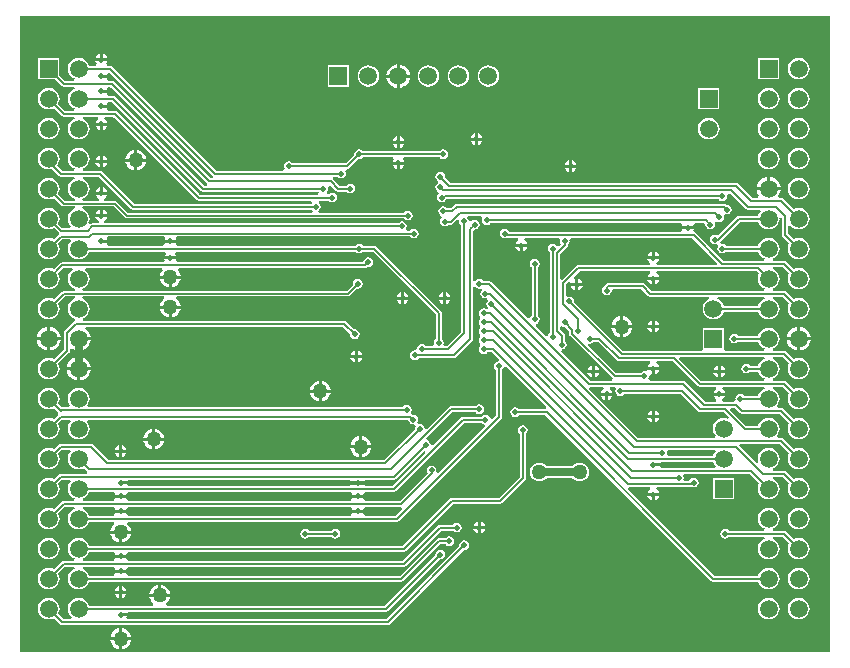
<source format=gbl>
G04*
G04 #@! TF.GenerationSoftware,Altium Limited,Altium Designer,19.1.7 (138)*
G04*
G04 Layer_Physical_Order=2*
G04 Layer_Color=16711680*
%FSLAX25Y25*%
%MOIN*%
G70*
G01*
G75*
%ADD10C,0.00600*%
%ADD14C,0.01000*%
%ADD42C,0.00800*%
%ADD43C,0.02500*%
%ADD47C,0.05906*%
%ADD48R,0.05906X0.05906*%
%ADD49R,0.05906X0.05906*%
%ADD50C,0.05000*%
%ADD51C,0.02000*%
G36*
X620000Y113000D02*
X350000D01*
Y325000D01*
X620000D01*
Y113000D01*
D02*
G37*
%LPC*%
G36*
X377500Y312440D02*
Y311000D01*
X378940D01*
X378884Y311280D01*
X378442Y311942D01*
X377780Y312384D01*
X377500Y312440D01*
D02*
G37*
G36*
X376500D02*
X376220Y312384D01*
X375558Y311942D01*
X375116Y311280D01*
X375060Y311000D01*
X376500D01*
Y312440D01*
D02*
G37*
G36*
X476500Y308921D02*
Y305500D01*
X479921D01*
X479851Y306032D01*
X479453Y306993D01*
X478819Y307819D01*
X477993Y308453D01*
X477032Y308851D01*
X476500Y308921D01*
D02*
G37*
G36*
X475500D02*
X474968Y308851D01*
X474007Y308453D01*
X473181Y307819D01*
X472547Y306993D01*
X472149Y306032D01*
X472079Y305500D01*
X475500D01*
Y308921D01*
D02*
G37*
G36*
X603053Y311053D02*
X595947D01*
Y303947D01*
X603053D01*
Y311053D01*
D02*
G37*
G36*
X609500Y311083D02*
X608572Y310961D01*
X607708Y310603D01*
X606966Y310034D01*
X606397Y309292D01*
X606039Y308427D01*
X605917Y307500D01*
X606039Y306573D01*
X606397Y305708D01*
X606966Y304966D01*
X607708Y304397D01*
X608572Y304039D01*
X609500Y303917D01*
X610428Y304039D01*
X611292Y304397D01*
X612034Y304966D01*
X612603Y305708D01*
X612961Y306573D01*
X613083Y307500D01*
X612961Y308427D01*
X612603Y309292D01*
X612034Y310034D01*
X611292Y310603D01*
X610428Y310961D01*
X609500Y311083D01*
D02*
G37*
G36*
X369500D02*
X368573Y310961D01*
X367708Y310603D01*
X366966Y310034D01*
X366397Y309292D01*
X366039Y308427D01*
X365917Y307500D01*
X366039Y306573D01*
X366397Y305708D01*
X366966Y304966D01*
X367708Y304397D01*
X368136Y304220D01*
X367997Y303520D01*
X364922D01*
X363053Y305389D01*
Y311053D01*
X355947D01*
Y303947D01*
X361611D01*
X363779Y301779D01*
X364110Y301558D01*
X364500Y301480D01*
X367997D01*
X368136Y300780D01*
X367708Y300603D01*
X366966Y300034D01*
X366397Y299292D01*
X366039Y298427D01*
X365917Y297500D01*
X366039Y296573D01*
X366397Y295708D01*
X366966Y294966D01*
X367708Y294397D01*
X368136Y294220D01*
X367997Y293520D01*
X364922D01*
X362642Y295800D01*
X362961Y296573D01*
X363083Y297500D01*
X362961Y298427D01*
X362603Y299292D01*
X362034Y300034D01*
X361292Y300603D01*
X360427Y300961D01*
X359500Y301083D01*
X358573Y300961D01*
X357708Y300603D01*
X356966Y300034D01*
X356397Y299292D01*
X356039Y298427D01*
X355917Y297500D01*
X356039Y296573D01*
X356397Y295708D01*
X356966Y294966D01*
X357708Y294397D01*
X358573Y294039D01*
X359500Y293917D01*
X360427Y294039D01*
X361200Y294358D01*
X363779Y291779D01*
X364110Y291558D01*
X364500Y291480D01*
X367997D01*
X368136Y290780D01*
X367708Y290603D01*
X366966Y290034D01*
X366397Y289292D01*
X366039Y288427D01*
X365917Y287500D01*
X366039Y286573D01*
X366397Y285708D01*
X366966Y284966D01*
X367708Y284397D01*
X368573Y284039D01*
X369500Y283917D01*
X370427Y284039D01*
X371292Y284397D01*
X372034Y284966D01*
X372603Y285708D01*
X372961Y286573D01*
X373083Y287500D01*
X372961Y288427D01*
X372603Y289292D01*
X372034Y290034D01*
X371292Y290603D01*
X370864Y290780D01*
X371003Y291480D01*
X375903D01*
X376065Y290780D01*
X375558Y290442D01*
X375116Y289780D01*
X375060Y289500D01*
X378940D01*
X378884Y289780D01*
X378442Y290442D01*
X377935Y290780D01*
X378097Y291480D01*
X381078D01*
X408779Y263779D01*
X409110Y263558D01*
X409500Y263480D01*
X446791D01*
X447125Y262780D01*
X446914Y262520D01*
X387922D01*
X377221Y273221D01*
X376890Y273442D01*
X376500Y273520D01*
X371003D01*
X370864Y274220D01*
X371292Y274397D01*
X372034Y274966D01*
X372603Y275708D01*
X372961Y276573D01*
X373083Y277500D01*
X372961Y278427D01*
X372603Y279292D01*
X372034Y280034D01*
X371292Y280603D01*
X370427Y280961D01*
X369500Y281083D01*
X368573Y280961D01*
X367708Y280603D01*
X366966Y280034D01*
X366397Y279292D01*
X366039Y278427D01*
X365917Y277500D01*
X366039Y276573D01*
X366397Y275708D01*
X366966Y274966D01*
X367708Y274397D01*
X368136Y274220D01*
X367997Y273520D01*
X363922D01*
X362226Y275216D01*
X362603Y275708D01*
X362961Y276573D01*
X363083Y277500D01*
X362961Y278427D01*
X362603Y279292D01*
X362034Y280034D01*
X361292Y280603D01*
X360427Y280961D01*
X359500Y281083D01*
X358573Y280961D01*
X357708Y280603D01*
X356966Y280034D01*
X356397Y279292D01*
X356039Y278427D01*
X355917Y277500D01*
X356039Y276573D01*
X356397Y275708D01*
X356966Y274966D01*
X357708Y274397D01*
X358573Y274039D01*
X359500Y273917D01*
X360427Y274039D01*
X360492Y274066D01*
X362779Y271779D01*
X363110Y271558D01*
X363500Y271480D01*
X367997D01*
X368136Y270780D01*
X367708Y270603D01*
X366966Y270034D01*
X366397Y269292D01*
X366039Y268427D01*
X365917Y267500D01*
X366039Y266573D01*
X366397Y265708D01*
X366966Y264966D01*
X367708Y264397D01*
X368382Y264118D01*
X368243Y263418D01*
X364880D01*
X362597Y265700D01*
X362603Y265708D01*
X362961Y266573D01*
X363083Y267500D01*
X362961Y268427D01*
X362603Y269292D01*
X362034Y270034D01*
X361292Y270603D01*
X360427Y270961D01*
X359500Y271083D01*
X358573Y270961D01*
X357708Y270603D01*
X356966Y270034D01*
X356397Y269292D01*
X356039Y268427D01*
X355917Y267500D01*
X356039Y266573D01*
X356397Y265708D01*
X356966Y264966D01*
X357708Y264397D01*
X358573Y264039D01*
X359500Y263917D01*
X360427Y264039D01*
X361292Y264397D01*
X361300Y264403D01*
X363851Y261851D01*
X364149Y261652D01*
X364500Y261582D01*
X368243D01*
X368382Y260882D01*
X367708Y260603D01*
X366966Y260034D01*
X366397Y259292D01*
X366039Y258427D01*
X365917Y257500D01*
X366039Y256573D01*
X366397Y255708D01*
X366850Y255118D01*
X366623Y254418D01*
X363880D01*
X362597Y255700D01*
X362603Y255708D01*
X362961Y256573D01*
X363083Y257500D01*
X362961Y258427D01*
X362603Y259292D01*
X362034Y260034D01*
X361292Y260603D01*
X360427Y260961D01*
X359500Y261083D01*
X358573Y260961D01*
X357708Y260603D01*
X356966Y260034D01*
X356397Y259292D01*
X356039Y258427D01*
X355917Y257500D01*
X356039Y256573D01*
X356397Y255708D01*
X356966Y254966D01*
X357708Y254397D01*
X358573Y254039D01*
X359500Y253917D01*
X360427Y254039D01*
X361292Y254397D01*
X361300Y254403D01*
X362770Y252932D01*
X362820Y252500D01*
X362770Y252068D01*
X361300Y250597D01*
X361292Y250603D01*
X360427Y250961D01*
X359500Y251083D01*
X358573Y250961D01*
X357708Y250603D01*
X356966Y250034D01*
X356397Y249292D01*
X356039Y248427D01*
X355917Y247500D01*
X356039Y246573D01*
X356397Y245708D01*
X356966Y244966D01*
X357708Y244397D01*
X358573Y244039D01*
X359500Y243917D01*
X360427Y244039D01*
X361292Y244397D01*
X362034Y244966D01*
X362603Y245708D01*
X362961Y246573D01*
X363083Y247500D01*
X362961Y248427D01*
X362603Y249292D01*
X362597Y249300D01*
X363880Y250582D01*
X366623D01*
X366850Y249882D01*
X366397Y249292D01*
X366039Y248427D01*
X365917Y247500D01*
X366039Y246573D01*
X366397Y245708D01*
X366966Y244966D01*
X367708Y244397D01*
X368573Y244039D01*
X369500Y243917D01*
X370427Y244039D01*
X371292Y244397D01*
X372034Y244966D01*
X372603Y245708D01*
X372923Y246480D01*
X398140D01*
X398251Y246338D01*
X398450Y245780D01*
X398116Y245280D01*
X398060Y245000D01*
X401940D01*
X401884Y245280D01*
X401550Y245780D01*
X401749Y246338D01*
X401860Y246480D01*
X461757D01*
X461846Y246346D01*
X462376Y245993D01*
X463000Y245869D01*
X463624Y245993D01*
X464153Y246346D01*
X464243Y246480D01*
X467578D01*
X488480Y225578D01*
Y217353D01*
X488346Y217264D01*
X487993Y216735D01*
X487869Y216110D01*
X487924Y215830D01*
X487453Y215130D01*
X485141D01*
X485067Y215240D01*
X484538Y215594D01*
X483913Y215718D01*
X483289Y215594D01*
X482760Y215240D01*
X482406Y214711D01*
X482291Y214133D01*
X482278Y214083D01*
X481665Y213598D01*
X481500Y213631D01*
X480876Y213507D01*
X480346Y213154D01*
X479993Y212624D01*
X479869Y212000D01*
X479993Y211376D01*
X480346Y210846D01*
X480876Y210493D01*
X481500Y210369D01*
X482124Y210493D01*
X482654Y210846D01*
X482801Y211067D01*
X494600D01*
X494991Y211145D01*
X495321Y211366D01*
X500621Y216665D01*
X500842Y216996D01*
X500920Y217386D01*
Y234769D01*
X501620Y234981D01*
X501847Y234642D01*
X502376Y234288D01*
X503000Y234164D01*
X503624Y234288D01*
X503888Y233681D01*
X503847Y233653D01*
X503493Y233124D01*
X503369Y232500D01*
X503493Y231876D01*
X503847Y231347D01*
X504376Y230993D01*
X505000Y230869D01*
X505624Y230993D01*
X505730Y230917D01*
X505847Y230153D01*
X505493Y229624D01*
X505369Y229000D01*
X505493Y228376D01*
X505847Y227847D01*
X505433Y227301D01*
X505124Y227507D01*
X504500Y227631D01*
X503876Y227507D01*
X503346Y227153D01*
X502993Y226624D01*
X502869Y226000D01*
X502993Y225376D01*
X503346Y224847D01*
Y224153D01*
X502993Y223624D01*
X502869Y223000D01*
X502993Y222376D01*
X503346Y221847D01*
Y221153D01*
X502993Y220624D01*
X502869Y220000D01*
X502993Y219376D01*
X503278Y218949D01*
X503346Y218583D01*
Y218418D01*
X503278Y218051D01*
X502993Y217624D01*
X502869Y217000D01*
X502993Y216376D01*
X503278Y215949D01*
X503346Y215582D01*
Y215418D01*
X503278Y215051D01*
X502993Y214624D01*
X502869Y214000D01*
X502993Y213376D01*
X503346Y212846D01*
X503876Y212493D01*
X504500Y212369D01*
X505124Y212493D01*
X505653Y212846D01*
X505743Y212980D01*
X507079D01*
X509535Y210534D01*
X509531Y210467D01*
X509260Y209820D01*
X508876Y209743D01*
X508347Y209390D01*
X507993Y208860D01*
X507869Y208236D01*
X507993Y207612D01*
X508347Y207083D01*
X508480Y206993D01*
Y191922D01*
X507298Y190739D01*
X506538Y190970D01*
X506507Y191124D01*
X506153Y191654D01*
X505624Y192007D01*
X505000Y192131D01*
X504376Y192007D01*
X503847Y191654D01*
X503757Y191520D01*
X497662D01*
X497272Y191442D01*
X496941Y191221D01*
X487421Y181701D01*
X486773Y182032D01*
X486649Y182656D01*
X486295Y183185D01*
X485766Y183539D01*
X485520Y183588D01*
X485289Y184347D01*
X493922Y192980D01*
X501757D01*
X501847Y192847D01*
X502376Y192493D01*
X503000Y192369D01*
X503624Y192493D01*
X504153Y192847D01*
X504507Y193376D01*
X504631Y194000D01*
X504507Y194624D01*
X504153Y195153D01*
X503624Y195507D01*
X503000Y195631D01*
X502376Y195507D01*
X501847Y195153D01*
X501757Y195020D01*
X493500D01*
X493110Y194942D01*
X492779Y194721D01*
X485453Y187395D01*
X485225Y187430D01*
X484739Y187671D01*
X484649Y188124D01*
X484295Y188654D01*
X483766Y189007D01*
X483142Y189131D01*
X482807Y189065D01*
X482386Y189695D01*
X482507Y189876D01*
X482631Y190500D01*
X482507Y191124D01*
X482154Y191654D01*
X481624Y192007D01*
X481000Y192131D01*
X480970Y192125D01*
X480377Y192567D01*
X480316Y193170D01*
X480343Y193212D01*
X480468Y193836D01*
X480343Y194460D01*
X479990Y194990D01*
X479460Y195343D01*
X478836Y195468D01*
X478212Y195343D01*
X477683Y194990D01*
X477400Y194567D01*
X372610D01*
X372265Y195267D01*
X372603Y195708D01*
X372961Y196573D01*
X373083Y197500D01*
X372961Y198427D01*
X372603Y199292D01*
X372034Y200034D01*
X371292Y200603D01*
X370427Y200961D01*
X369500Y201083D01*
X368573Y200961D01*
X367708Y200603D01*
X366966Y200034D01*
X366397Y199292D01*
X366039Y198427D01*
X365917Y197500D01*
X366039Y196573D01*
X366397Y195708D01*
X366735Y195267D01*
X366390Y194567D01*
X363875D01*
X362642Y195800D01*
X362961Y196573D01*
X363083Y197500D01*
X362961Y198427D01*
X362603Y199292D01*
X362034Y200034D01*
X361292Y200603D01*
X360427Y200961D01*
X359500Y201083D01*
X358573Y200961D01*
X357708Y200603D01*
X356966Y200034D01*
X356397Y199292D01*
X356039Y198427D01*
X355917Y197500D01*
X356039Y196573D01*
X356397Y195708D01*
X356966Y194966D01*
X357708Y194397D01*
X358573Y194039D01*
X359500Y193917D01*
X360427Y194039D01*
X361200Y194359D01*
X362609Y192949D01*
X362714Y192500D01*
X362609Y192051D01*
X361200Y190641D01*
X360427Y190961D01*
X359500Y191083D01*
X358573Y190961D01*
X357708Y190603D01*
X356966Y190034D01*
X356397Y189292D01*
X356039Y188427D01*
X355917Y187500D01*
X356039Y186573D01*
X356397Y185708D01*
X356966Y184966D01*
X357708Y184397D01*
X358573Y184039D01*
X359500Y183917D01*
X360427Y184039D01*
X361292Y184397D01*
X362034Y184966D01*
X362603Y185708D01*
X362961Y186573D01*
X363083Y187500D01*
X362961Y188427D01*
X362642Y189200D01*
X363922Y190480D01*
X366446D01*
X366772Y189780D01*
X366397Y189292D01*
X366039Y188427D01*
X365917Y187500D01*
X366039Y186573D01*
X366397Y185708D01*
X366966Y184966D01*
X367708Y184397D01*
X368573Y184039D01*
X369500Y183917D01*
X370427Y184039D01*
X371292Y184397D01*
X372034Y184966D01*
X372603Y185708D01*
X372961Y186573D01*
X373083Y187500D01*
X372961Y188427D01*
X372603Y189292D01*
X372228Y189780D01*
X372554Y190480D01*
X479373D01*
X479493Y189876D01*
X479846Y189347D01*
X480376Y188993D01*
X481000Y188869D01*
X481334Y188935D01*
X481755Y188305D01*
X481635Y188124D01*
X481510Y187500D01*
X481542Y187342D01*
X471219Y177020D01*
X379422D01*
X374221Y182221D01*
X373890Y182442D01*
X373500Y182520D01*
X363500D01*
X363110Y182442D01*
X362779Y182221D01*
X361200Y180641D01*
X360427Y180961D01*
X359500Y181083D01*
X358573Y180961D01*
X357708Y180603D01*
X356966Y180034D01*
X356397Y179292D01*
X356039Y178427D01*
X355917Y177500D01*
X356039Y176573D01*
X356397Y175708D01*
X356966Y174966D01*
X357708Y174397D01*
X358573Y174039D01*
X359500Y173917D01*
X360427Y174039D01*
X361292Y174397D01*
X362034Y174966D01*
X362603Y175708D01*
X362961Y176573D01*
X363083Y177500D01*
X362961Y178427D01*
X362642Y179200D01*
X363922Y180480D01*
X366446D01*
X366772Y179780D01*
X366397Y179292D01*
X366039Y178427D01*
X365917Y177500D01*
X366039Y176573D01*
X366397Y175708D01*
X366966Y174966D01*
X367708Y174397D01*
X368573Y174039D01*
X369500Y173917D01*
X370427Y174039D01*
X371200Y174358D01*
X372279Y173279D01*
X372368Y173220D01*
X372156Y172520D01*
X363500D01*
X363110Y172442D01*
X362779Y172221D01*
X361200Y170642D01*
X360427Y170961D01*
X359500Y171083D01*
X358573Y170961D01*
X357708Y170603D01*
X356966Y170034D01*
X356397Y169292D01*
X356039Y168427D01*
X355917Y167500D01*
X356039Y166573D01*
X356397Y165708D01*
X356966Y164966D01*
X357708Y164397D01*
X358573Y164039D01*
X359500Y163917D01*
X360427Y164039D01*
X361292Y164397D01*
X362034Y164966D01*
X362603Y165708D01*
X362961Y166573D01*
X363083Y167500D01*
X362961Y168427D01*
X362642Y169200D01*
X363922Y170480D01*
X366446D01*
X366772Y169780D01*
X366397Y169292D01*
X366039Y168427D01*
X365917Y167500D01*
X366039Y166573D01*
X366397Y165708D01*
X366966Y164966D01*
X367708Y164397D01*
X368136Y164220D01*
X367997Y163520D01*
X364500D01*
X364110Y163442D01*
X363779Y163221D01*
X361200Y160642D01*
X360427Y160961D01*
X359500Y161083D01*
X358573Y160961D01*
X357708Y160603D01*
X356966Y160034D01*
X356397Y159292D01*
X356039Y158427D01*
X355917Y157500D01*
X356039Y156573D01*
X356397Y155708D01*
X356966Y154966D01*
X357708Y154397D01*
X358573Y154039D01*
X359500Y153917D01*
X360427Y154039D01*
X361292Y154397D01*
X362034Y154966D01*
X362603Y155708D01*
X362961Y156573D01*
X363083Y157500D01*
X362961Y158427D01*
X362642Y159200D01*
X364922Y161480D01*
X367997D01*
X368136Y160780D01*
X367708Y160603D01*
X366966Y160034D01*
X366397Y159292D01*
X366039Y158427D01*
X365917Y157500D01*
X366039Y156573D01*
X366397Y155708D01*
X366966Y154966D01*
X367708Y154397D01*
X368573Y154039D01*
X369500Y153917D01*
X370427Y154039D01*
X371292Y154397D01*
X372034Y154966D01*
X372603Y155708D01*
X372923Y156480D01*
X381136D01*
X381374Y155780D01*
X381004Y155496D01*
X380443Y154765D01*
X380090Y153914D01*
X380036Y153500D01*
X386964D01*
X386910Y153914D01*
X386557Y154765D01*
X385996Y155496D01*
X385626Y155780D01*
X385863Y156480D01*
X475500D01*
X475890Y156558D01*
X476221Y156779D01*
X510221Y190779D01*
X510442Y191110D01*
X510520Y191500D01*
Y206993D01*
X510653Y207083D01*
X511007Y207612D01*
X511085Y208002D01*
X511718Y208273D01*
X511799Y208278D01*
X525410Y194720D01*
X525121Y194020D01*
X516243D01*
X516153Y194153D01*
X515624Y194507D01*
X515000Y194631D01*
X514376Y194507D01*
X513846Y194153D01*
X513493Y193624D01*
X513369Y193000D01*
X513493Y192376D01*
X513846Y191847D01*
X514376Y191493D01*
X515000Y191369D01*
X515624Y191493D01*
X516153Y191847D01*
X516243Y191980D01*
X525078D01*
X580279Y136779D01*
X580610Y136558D01*
X581000Y136480D01*
X596077D01*
X596397Y135708D01*
X596966Y134966D01*
X597708Y134397D01*
X598572Y134039D01*
X599500Y133917D01*
X600427Y134039D01*
X601292Y134397D01*
X602034Y134966D01*
X602603Y135708D01*
X602961Y136573D01*
X603083Y137500D01*
X602961Y138427D01*
X602603Y139292D01*
X602034Y140034D01*
X601292Y140603D01*
X600427Y140961D01*
X599500Y141083D01*
X598572Y140961D01*
X597708Y140603D01*
X596966Y140034D01*
X596397Y139292D01*
X596077Y138520D01*
X581422D01*
X552662Y167280D01*
X552951Y167980D01*
X559903D01*
X560065Y167280D01*
X559558Y166942D01*
X559116Y166280D01*
X559060Y166000D01*
X562940D01*
X562884Y166280D01*
X562442Y166942D01*
X561935Y167280D01*
X562097Y167980D01*
X573938D01*
X574500Y167869D01*
X575124Y167993D01*
X575654Y168347D01*
X576007Y168876D01*
X576131Y169500D01*
X576007Y170124D01*
X575654Y170653D01*
X575124Y171007D01*
X574500Y171131D01*
X573876Y171007D01*
X573347Y170653D01*
X572993Y170124D01*
X572972Y170020D01*
X571547D01*
X571076Y170720D01*
X571131Y171000D01*
X571007Y171624D01*
X570934Y171733D01*
X571309Y172433D01*
X593125D01*
X596358Y169200D01*
X596039Y168427D01*
X595917Y167500D01*
X596039Y166573D01*
X596397Y165708D01*
X596966Y164966D01*
X597708Y164397D01*
X598572Y164039D01*
X599500Y163917D01*
X600427Y164039D01*
X601292Y164397D01*
X602034Y164966D01*
X602603Y165708D01*
X602961Y166573D01*
X603083Y167500D01*
X602961Y168427D01*
X602603Y169292D01*
X602034Y170034D01*
X601292Y170603D01*
X600864Y170780D01*
X601003Y171480D01*
X604078D01*
X606358Y169200D01*
X606039Y168427D01*
X605917Y167500D01*
X606039Y166573D01*
X606397Y165708D01*
X606966Y164966D01*
X607708Y164397D01*
X608572Y164039D01*
X609500Y163917D01*
X610428Y164039D01*
X611292Y164397D01*
X612034Y164966D01*
X612603Y165708D01*
X612961Y166573D01*
X613083Y167500D01*
X612961Y168427D01*
X612603Y169292D01*
X612034Y170034D01*
X611292Y170603D01*
X610428Y170961D01*
X609500Y171083D01*
X608572Y170961D01*
X607800Y170642D01*
X605221Y173221D01*
X604890Y173442D01*
X604500Y173520D01*
X601003D01*
X600864Y174220D01*
X601292Y174397D01*
X602034Y174966D01*
X602603Y175708D01*
X602961Y176573D01*
X603083Y177500D01*
X602961Y178427D01*
X602603Y179292D01*
X602034Y180034D01*
X601292Y180603D01*
X600427Y180961D01*
X599500Y181083D01*
X598572Y180961D01*
X597708Y180603D01*
X596966Y180034D01*
X596397Y179292D01*
X596039Y178427D01*
X595917Y177500D01*
X596039Y176573D01*
X596166Y176266D01*
X595572Y175870D01*
X589662Y181780D01*
X589952Y182480D01*
X603078D01*
X606358Y179200D01*
X606039Y178427D01*
X605917Y177500D01*
X606039Y176573D01*
X606397Y175708D01*
X606966Y174966D01*
X607708Y174397D01*
X608572Y174039D01*
X609500Y173917D01*
X610428Y174039D01*
X611292Y174397D01*
X612034Y174966D01*
X612603Y175708D01*
X612961Y176573D01*
X613083Y177500D01*
X612961Y178427D01*
X612603Y179292D01*
X612034Y180034D01*
X611292Y180603D01*
X610428Y180961D01*
X609500Y181083D01*
X608572Y180961D01*
X607800Y180641D01*
X604221Y184221D01*
X603890Y184442D01*
X603500Y184520D01*
X602554D01*
X602228Y185220D01*
X602603Y185708D01*
X602961Y186573D01*
X603083Y187500D01*
X602961Y188427D01*
X602603Y189292D01*
X602034Y190034D01*
X601292Y190603D01*
X600427Y190961D01*
X599500Y191083D01*
X598572Y190961D01*
X597708Y190603D01*
X596966Y190034D01*
X596397Y189292D01*
X596077Y188520D01*
X591922D01*
X586608Y193834D01*
X586876Y194480D01*
X588078D01*
X589779Y192779D01*
X590110Y192558D01*
X590500Y192480D01*
X603078D01*
X606358Y189200D01*
X606039Y188427D01*
X605917Y187500D01*
X606039Y186573D01*
X606397Y185708D01*
X606966Y184966D01*
X607708Y184397D01*
X608572Y184039D01*
X609500Y183917D01*
X610428Y184039D01*
X611292Y184397D01*
X612034Y184966D01*
X612603Y185708D01*
X612961Y186573D01*
X613083Y187500D01*
X612961Y188427D01*
X612603Y189292D01*
X612034Y190034D01*
X611292Y190603D01*
X610428Y190961D01*
X609500Y191083D01*
X608572Y190961D01*
X607800Y190641D01*
X604221Y194221D01*
X603890Y194442D01*
X603500Y194520D01*
X602554D01*
X602228Y195220D01*
X602603Y195708D01*
X602961Y196573D01*
X603083Y197500D01*
X602961Y198427D01*
X602603Y199292D01*
X602034Y200034D01*
X601292Y200603D01*
X600864Y200780D01*
X601003Y201480D01*
X604078D01*
X606358Y199200D01*
X606039Y198427D01*
X605917Y197500D01*
X606039Y196573D01*
X606397Y195708D01*
X606966Y194966D01*
X607708Y194397D01*
X608572Y194039D01*
X609500Y193917D01*
X610428Y194039D01*
X611292Y194397D01*
X612034Y194966D01*
X612603Y195708D01*
X612961Y196573D01*
X613083Y197500D01*
X612961Y198427D01*
X612603Y199292D01*
X612034Y200034D01*
X611292Y200603D01*
X610428Y200961D01*
X609500Y201083D01*
X608572Y200961D01*
X607800Y200641D01*
X605221Y203221D01*
X604890Y203442D01*
X604500Y203520D01*
X601003D01*
X600864Y204220D01*
X601292Y204397D01*
X602034Y204966D01*
X602603Y205708D01*
X602961Y206573D01*
X603083Y207500D01*
X602961Y208427D01*
X602603Y209292D01*
X602034Y210034D01*
X601292Y210603D01*
X600864Y210780D01*
X601003Y211480D01*
X604078D01*
X606358Y209200D01*
X606039Y208427D01*
X605917Y207500D01*
X606039Y206573D01*
X606397Y205708D01*
X606966Y204966D01*
X607708Y204397D01*
X608572Y204039D01*
X609500Y203917D01*
X610428Y204039D01*
X611292Y204397D01*
X612034Y204966D01*
X612603Y205708D01*
X612961Y206573D01*
X613083Y207500D01*
X612961Y208427D01*
X612603Y209292D01*
X612034Y210034D01*
X611292Y210603D01*
X610428Y210961D01*
X609500Y211083D01*
X608572Y210961D01*
X607800Y210642D01*
X605221Y213221D01*
X604890Y213442D01*
X604500Y213520D01*
X601003D01*
X600864Y214220D01*
X601292Y214397D01*
X602034Y214966D01*
X602603Y215708D01*
X602961Y216573D01*
X603083Y217500D01*
X602961Y218427D01*
X602603Y219292D01*
X602034Y220034D01*
X601292Y220603D01*
X600427Y220961D01*
X599500Y221083D01*
X598572Y220961D01*
X597708Y220603D01*
X596966Y220034D01*
X596397Y219292D01*
X596077Y218520D01*
X589243D01*
X589153Y218653D01*
X588624Y219007D01*
X588000Y219131D01*
X587376Y219007D01*
X586846Y218653D01*
X586493Y218124D01*
X586369Y217500D01*
X586493Y216876D01*
X586846Y216347D01*
X587376Y215993D01*
X588000Y215869D01*
X588624Y215993D01*
X589153Y216347D01*
X589243Y216480D01*
X596077D01*
X596397Y215708D01*
X596966Y214966D01*
X597708Y214397D01*
X598136Y214220D01*
X597997Y213520D01*
X585076D01*
X584553Y213947D01*
X584553Y214220D01*
Y221053D01*
X577447D01*
Y214220D01*
X577447Y213947D01*
X576924Y213520D01*
X550922D01*
X534618Y229824D01*
X534631Y229890D01*
X534507Y230514D01*
X534154Y231043D01*
X533624Y231397D01*
X533000Y231521D01*
X532720Y231465D01*
X532020Y231937D01*
Y235578D01*
X533015Y236573D01*
X533275Y236446D01*
X533592Y236160D01*
X533560Y236000D01*
X535000D01*
Y237440D01*
X534840Y237408D01*
X534554Y237725D01*
X534427Y237985D01*
X536422Y239980D01*
X559903D01*
X560065Y239280D01*
X559558Y238942D01*
X559116Y238280D01*
X559060Y238000D01*
X562940D01*
X562884Y238280D01*
X562442Y238942D01*
X561935Y239280D01*
X562097Y239980D01*
X595578D01*
X596358Y239200D01*
X596039Y238427D01*
X595917Y237500D01*
X596039Y236573D01*
X596397Y235708D01*
X596966Y234966D01*
X597708Y234397D01*
X598136Y234220D01*
X597997Y233520D01*
X560422D01*
X558221Y235721D01*
X557890Y235942D01*
X557500Y236020D01*
X545972D01*
X545582Y235942D01*
X545252Y235721D01*
X544779Y235248D01*
X544558Y234918D01*
X544530Y234776D01*
X544347Y234653D01*
X543993Y234124D01*
X543869Y233500D01*
X543993Y232876D01*
X544347Y232347D01*
X544876Y231993D01*
X545500Y231869D01*
X546124Y231993D01*
X546654Y232347D01*
X547007Y232876D01*
X547131Y233500D01*
X547526Y233980D01*
X557078D01*
X559279Y231779D01*
X559610Y231558D01*
X560000Y231480D01*
X579497D01*
X579636Y230780D01*
X579208Y230603D01*
X578466Y230034D01*
X577897Y229292D01*
X577539Y228427D01*
X577417Y227500D01*
X577539Y226573D01*
X577897Y225708D01*
X578466Y224966D01*
X579208Y224397D01*
X580072Y224039D01*
X581000Y223917D01*
X581927Y224039D01*
X582792Y224397D01*
X583534Y224966D01*
X584103Y225708D01*
X584423Y226480D01*
X596077D01*
X596397Y225708D01*
X596966Y224966D01*
X597708Y224397D01*
X598572Y224039D01*
X599500Y223917D01*
X600427Y224039D01*
X601292Y224397D01*
X602034Y224966D01*
X602603Y225708D01*
X602961Y226573D01*
X603083Y227500D01*
X602961Y228427D01*
X602603Y229292D01*
X602034Y230034D01*
X601292Y230603D01*
X600864Y230780D01*
X601003Y231480D01*
X604078D01*
X606358Y229200D01*
X606039Y228427D01*
X605917Y227500D01*
X606039Y226573D01*
X606397Y225708D01*
X606966Y224966D01*
X607708Y224397D01*
X608572Y224039D01*
X609500Y223917D01*
X610428Y224039D01*
X611292Y224397D01*
X612034Y224966D01*
X612603Y225708D01*
X612961Y226573D01*
X613083Y227500D01*
X612961Y228427D01*
X612603Y229292D01*
X612034Y230034D01*
X611292Y230603D01*
X610428Y230961D01*
X609500Y231083D01*
X608572Y230961D01*
X607800Y230642D01*
X605221Y233221D01*
X604890Y233442D01*
X604500Y233520D01*
X601003D01*
X600864Y234220D01*
X601292Y234397D01*
X602034Y234966D01*
X602603Y235708D01*
X602961Y236573D01*
X603083Y237500D01*
X602961Y238427D01*
X602603Y239292D01*
X602034Y240034D01*
X601292Y240603D01*
X600864Y240780D01*
X601003Y241480D01*
X604078D01*
X606358Y239200D01*
X606039Y238427D01*
X605917Y237500D01*
X606039Y236573D01*
X606397Y235708D01*
X606966Y234966D01*
X607708Y234397D01*
X608572Y234039D01*
X609500Y233917D01*
X610428Y234039D01*
X611292Y234397D01*
X612034Y234966D01*
X612603Y235708D01*
X612961Y236573D01*
X613083Y237500D01*
X612961Y238427D01*
X612603Y239292D01*
X612034Y240034D01*
X611292Y240603D01*
X610428Y240961D01*
X609500Y241083D01*
X608572Y240961D01*
X607800Y240641D01*
X605221Y243221D01*
X604890Y243442D01*
X604500Y243520D01*
X601003D01*
X600864Y244220D01*
X601292Y244397D01*
X602034Y244966D01*
X602603Y245708D01*
X602961Y246573D01*
X603083Y247500D01*
X602961Y248427D01*
X602603Y249292D01*
X602034Y250034D01*
X601292Y250603D01*
X600427Y250961D01*
X599500Y251083D01*
X598572Y250961D01*
X597708Y250603D01*
X596966Y250034D01*
X596397Y249292D01*
X596077Y248520D01*
X585243D01*
X585153Y248654D01*
X584624Y249007D01*
X584000Y249131D01*
X583748Y249081D01*
X583202Y249596D01*
X583181Y249668D01*
X583209Y249771D01*
X583221Y249779D01*
X589922Y256480D01*
X596077D01*
X596397Y255708D01*
X596966Y254966D01*
X597708Y254397D01*
X598572Y254039D01*
X599500Y253917D01*
X600427Y254039D01*
X601292Y254397D01*
X602034Y254966D01*
X602603Y255708D01*
X602961Y256573D01*
X603083Y257500D01*
X603077Y257546D01*
X603732Y257936D01*
X603980Y257756D01*
Y252000D01*
X604058Y251610D01*
X604279Y251279D01*
X606358Y249200D01*
X606039Y248427D01*
X605917Y247500D01*
X606039Y246573D01*
X606397Y245708D01*
X606966Y244966D01*
X607708Y244397D01*
X608572Y244039D01*
X609500Y243917D01*
X610428Y244039D01*
X611292Y244397D01*
X612034Y244966D01*
X612603Y245708D01*
X612961Y246573D01*
X613083Y247500D01*
X612961Y248427D01*
X612603Y249292D01*
X612034Y250034D01*
X611292Y250603D01*
X610428Y250961D01*
X609500Y251083D01*
X608572Y250961D01*
X607800Y250641D01*
X606020Y252422D01*
Y255050D01*
X606720Y255288D01*
X606966Y254966D01*
X607708Y254397D01*
X608572Y254039D01*
X609500Y253917D01*
X610428Y254039D01*
X611292Y254397D01*
X612034Y254966D01*
X612603Y255708D01*
X612961Y256573D01*
X613083Y257500D01*
X612961Y258427D01*
X612603Y259292D01*
X612034Y260034D01*
X611292Y260603D01*
X610428Y260961D01*
X609500Y261083D01*
X608572Y260961D01*
X607800Y260642D01*
X604221Y264221D01*
X603890Y264442D01*
X603500Y264520D01*
X603078D01*
X602733Y265220D01*
X602953Y265507D01*
X603351Y266468D01*
X603421Y267000D01*
X599500D01*
X595579D01*
X595649Y266468D01*
X596047Y265507D01*
X596268Y265220D01*
X595922Y264520D01*
X593922D01*
X589221Y269221D01*
X588890Y269442D01*
X588500Y269520D01*
X493422D01*
X491600Y271342D01*
X491631Y271500D01*
X491507Y272124D01*
X491153Y272654D01*
X490624Y273007D01*
X490000Y273131D01*
X489376Y273007D01*
X488846Y272654D01*
X488493Y272124D01*
X488369Y271500D01*
X488493Y270876D01*
X488846Y270346D01*
X489157Y270139D01*
X489175Y270086D01*
Y269414D01*
X489157Y269361D01*
X488846Y269153D01*
X488493Y268624D01*
X488369Y268000D01*
X488493Y267376D01*
X488846Y266846D01*
X489376Y266493D01*
X489498Y265755D01*
X489347Y265653D01*
X488993Y265124D01*
X488869Y264500D01*
X488993Y263876D01*
X489347Y263347D01*
X489876Y262993D01*
X490500Y262869D01*
X491124Y262993D01*
X491653Y263347D01*
X492007Y263876D01*
X492028Y263980D01*
X582757D01*
X582846Y263846D01*
X583376Y263493D01*
X584000Y263369D01*
X584624Y263493D01*
X585153Y263846D01*
X585507Y264376D01*
X585631Y265000D01*
X585579Y265265D01*
X585988Y265828D01*
X586685Y265873D01*
X591779Y260779D01*
X592110Y260558D01*
X592500Y260480D01*
X596446D01*
X596772Y259780D01*
X596397Y259292D01*
X596077Y258520D01*
X589500D01*
X589110Y258442D01*
X588779Y258221D01*
X582389Y251831D01*
X582124Y252007D01*
X581500Y252131D01*
X580876Y252007D01*
X580346Y251654D01*
X579993Y251124D01*
X579869Y250500D01*
X579993Y249876D01*
X580346Y249346D01*
X580876Y248993D01*
X581500Y248869D01*
X582080Y248984D01*
X582124Y248993D01*
X582263Y249040D01*
X582710Y248458D01*
X582680Y248404D01*
X582493Y248124D01*
X582369Y247500D01*
X582493Y246876D01*
X582846Y246346D01*
X583376Y245993D01*
X584000Y245869D01*
X584624Y245993D01*
X585153Y246346D01*
X585243Y246480D01*
X596077D01*
X596397Y245708D01*
X596966Y244966D01*
X597708Y244397D01*
X598136Y244220D01*
X597997Y243520D01*
X584422D01*
X575221Y252721D01*
X574890Y252942D01*
X574728Y252974D01*
X574420Y253500D01*
X574384Y253720D01*
X574384Y253720D01*
X574440Y254000D01*
X570560D01*
X570616Y253720D01*
X570616Y253720D01*
X570242Y253020D01*
X513083D01*
X513062Y253124D01*
X512709Y253654D01*
X512179Y254007D01*
X511555Y254131D01*
X510931Y254007D01*
X510402Y253654D01*
X510048Y253124D01*
X509924Y252500D01*
X510048Y251876D01*
X510402Y251346D01*
X510931Y250993D01*
X511555Y250869D01*
X512117Y250980D01*
X515903D01*
X516065Y250280D01*
X515558Y249942D01*
X515116Y249280D01*
X515060Y249000D01*
X518940D01*
X518884Y249280D01*
X518442Y249942D01*
X517935Y250280D01*
X518097Y250980D01*
X529453D01*
X529924Y250280D01*
X529869Y250000D01*
X529993Y249376D01*
X530301Y248915D01*
X529641Y248254D01*
X528812Y248416D01*
X528653Y248654D01*
X528124Y249007D01*
X527500Y249131D01*
X526876Y249007D01*
X526346Y248654D01*
X525993Y248124D01*
X525869Y247500D01*
X525993Y246876D01*
X526346Y246346D01*
X526480Y246257D01*
Y219322D01*
X526346Y219232D01*
X525993Y218703D01*
X525949Y218483D01*
X525189Y218252D01*
X521753Y221689D01*
X521983Y222449D01*
X522124Y222477D01*
X522653Y222831D01*
X523007Y223360D01*
X523131Y223984D01*
X523007Y224608D01*
X522653Y225138D01*
X522520Y225227D01*
Y241241D01*
X522653Y241331D01*
X523007Y241860D01*
X523131Y242484D01*
X523007Y243109D01*
X522653Y243638D01*
X522124Y243991D01*
X521500Y244116D01*
X520876Y243991D01*
X520346Y243638D01*
X519993Y243109D01*
X519869Y242484D01*
X519993Y241860D01*
X520346Y241331D01*
X520480Y241241D01*
Y225227D01*
X520346Y225138D01*
X519993Y224608D01*
X519965Y224467D01*
X519205Y224237D01*
X506926Y236516D01*
X506595Y236737D01*
X506205Y236815D01*
X504243D01*
X504153Y236949D01*
X503624Y237302D01*
X503000Y237427D01*
X502376Y237302D01*
X501847Y236949D01*
X501620Y236609D01*
X500920Y236822D01*
Y253404D01*
X501454Y253878D01*
X501500Y253869D01*
X502124Y253993D01*
X502654Y254346D01*
X503007Y254876D01*
X503131Y255500D01*
X503007Y256124D01*
X502654Y256653D01*
X502124Y257007D01*
X501500Y257131D01*
X500876Y257007D01*
X500347Y256653D01*
X500217Y256460D01*
X499732Y256559D01*
X499517Y256672D01*
X499407Y257224D01*
X499053Y257753D01*
X499013Y257780D01*
X499226Y258480D01*
X503723D01*
X504097Y257780D01*
X503993Y257624D01*
X503869Y257000D01*
X503993Y256376D01*
X504347Y255847D01*
X504876Y255493D01*
X505500Y255369D01*
X506124Y255493D01*
X506653Y255847D01*
X506743Y255980D01*
X570242D01*
X570616Y255280D01*
X570616Y255280D01*
X570560Y255000D01*
X574440D01*
X574384Y255280D01*
X574384Y255280D01*
X574758Y255980D01*
X577838D01*
X578369Y255500D01*
X578493Y254876D01*
X578847Y254346D01*
X579376Y253993D01*
X580000Y253869D01*
X580624Y253993D01*
X581153Y254346D01*
X581507Y254876D01*
X581631Y255500D01*
X581516Y256080D01*
X581507Y256124D01*
X581504Y256132D01*
X581460Y256263D01*
X582046Y256713D01*
X582376Y256493D01*
X583000Y256369D01*
X583624Y256493D01*
X584154Y256846D01*
X584507Y257376D01*
X584631Y258000D01*
X584552Y258398D01*
X584607Y258499D01*
X585001Y258893D01*
X585102Y258948D01*
X585500Y258869D01*
X586124Y258993D01*
X586654Y259347D01*
X587007Y259876D01*
X587131Y260500D01*
X587007Y261124D01*
X586654Y261653D01*
X586124Y262007D01*
X585500Y262131D01*
X585342Y262100D01*
X585221Y262221D01*
X584890Y262442D01*
X584500Y262520D01*
X495500D01*
X495110Y262442D01*
X494779Y262221D01*
X493578Y261020D01*
X492243D01*
X492154Y261154D01*
X491624Y261507D01*
X491000Y261631D01*
X490376Y261507D01*
X489847Y261154D01*
X489493Y260624D01*
X489369Y260000D01*
X489493Y259376D01*
X489847Y258846D01*
X490376Y258493D01*
X490498Y257755D01*
X490346Y257653D01*
X489993Y257124D01*
X489869Y256500D01*
X489993Y255876D01*
X490346Y255346D01*
X490876Y254993D01*
X491500Y254869D01*
X492124Y254993D01*
X492654Y255346D01*
X492743Y255480D01*
X493500D01*
X493890Y255558D01*
X494221Y255779D01*
X495682Y257240D01*
X496327Y256896D01*
X496269Y256600D01*
X496393Y255976D01*
X496746Y255447D01*
X496880Y255357D01*
Y219822D01*
X492204Y215146D01*
X491510Y215184D01*
X491076Y215830D01*
X491131Y216110D01*
X491007Y216735D01*
X490654Y217264D01*
X490520Y217353D01*
Y226000D01*
X490442Y226390D01*
X490221Y226721D01*
X468721Y248221D01*
X468390Y248442D01*
X468000Y248520D01*
X464243D01*
X464153Y248654D01*
X463624Y249007D01*
X463000Y249131D01*
X462376Y249007D01*
X461846Y248654D01*
X461757Y248520D01*
X402258D01*
X401884Y249220D01*
X401884Y249220D01*
X401940Y249500D01*
X398060D01*
X398116Y249220D01*
X398116Y249220D01*
X397742Y248520D01*
X379258D01*
X378884Y249220D01*
X378884Y249220D01*
X378940Y249500D01*
X377000D01*
Y250500D01*
X378940D01*
X378884Y250780D01*
X378816Y250882D01*
X379190Y251582D01*
X397810D01*
X398184Y250882D01*
X398116Y250780D01*
X398060Y250500D01*
X401940D01*
X401884Y250780D01*
X401816Y250882D01*
X402190Y251582D01*
X479862D01*
X480020Y251346D01*
X480549Y250993D01*
X481173Y250869D01*
X481798Y250993D01*
X482327Y251346D01*
X482680Y251876D01*
X482805Y252500D01*
X482680Y253124D01*
X482327Y253654D01*
X481798Y254007D01*
X481173Y254131D01*
X480549Y254007D01*
X480020Y253654D01*
X479862Y253418D01*
X478912D01*
X478571Y254118D01*
X478743Y254376D01*
X478868Y255000D01*
X478743Y255624D01*
X478390Y256153D01*
X477860Y256507D01*
X477236Y256631D01*
X476612Y256507D01*
X476083Y256153D01*
X475925Y255918D01*
X377857D01*
X377780Y256616D01*
X378442Y257058D01*
X378884Y257720D01*
X378940Y258000D01*
X375060D01*
X375116Y257720D01*
X375558Y257058D01*
X376220Y256616D01*
X376143Y255918D01*
X374000D01*
X373649Y255848D01*
X373351Y255649D01*
X373326Y255624D01*
X372732Y256020D01*
X372961Y256573D01*
X373083Y257500D01*
X372961Y258427D01*
X372603Y259292D01*
X372034Y260034D01*
X371292Y260603D01*
X370618Y260882D01*
X370757Y261582D01*
X381120D01*
X384851Y257851D01*
X385149Y257652D01*
X385500Y257582D01*
X477893D01*
X478051Y257347D01*
X478580Y256993D01*
X479205Y256869D01*
X479829Y256993D01*
X480358Y257347D01*
X480712Y257876D01*
X480836Y258500D01*
X480712Y259124D01*
X480358Y259653D01*
X479829Y260007D01*
X479205Y260131D01*
X478580Y260007D01*
X478051Y259653D01*
X477893Y259418D01*
X449523D01*
X449311Y260118D01*
X449653Y260347D01*
X450007Y260876D01*
X450131Y261500D01*
X450007Y262124D01*
X449653Y262653D01*
X449464Y262780D01*
X449676Y263480D01*
X452757D01*
X452846Y263347D01*
X453376Y262993D01*
X454000Y262869D01*
X454624Y262993D01*
X455154Y263347D01*
X455507Y263876D01*
X455631Y264500D01*
X455507Y265124D01*
X455154Y265653D01*
X454624Y266007D01*
X454000Y266131D01*
X453376Y266007D01*
X452846Y265653D01*
X452838Y265640D01*
X452390Y265663D01*
X452204Y266201D01*
X452172Y266374D01*
X452507Y266876D01*
X452631Y267500D01*
X452554Y267888D01*
X452900Y268501D01*
X453020Y268617D01*
X453396Y268663D01*
X455279Y266779D01*
X455610Y266558D01*
X456000Y266480D01*
X458757D01*
X458847Y266347D01*
X459376Y265993D01*
X460000Y265869D01*
X460624Y265993D01*
X461154Y266347D01*
X461507Y266876D01*
X461631Y267500D01*
X461507Y268124D01*
X461154Y268653D01*
X460624Y269007D01*
X460000Y269131D01*
X459376Y269007D01*
X458847Y268653D01*
X458757Y268520D01*
X456422D01*
X454221Y270721D01*
X454132Y270780D01*
X454344Y271480D01*
X455757D01*
X455847Y271346D01*
X456376Y270993D01*
X457000Y270869D01*
X457624Y270993D01*
X458153Y271346D01*
X458507Y271876D01*
X458631Y272500D01*
X458507Y273124D01*
X458403Y273280D01*
X458777Y273980D01*
X459000D01*
X459390Y274058D01*
X459721Y274279D01*
X462842Y277400D01*
X463000Y277369D01*
X463624Y277493D01*
X464153Y277847D01*
X464243Y277980D01*
X474151D01*
X474286Y277797D01*
X474461Y277280D01*
X474116Y276765D01*
X474060Y276484D01*
X477940D01*
X477884Y276765D01*
X477539Y277280D01*
X477714Y277797D01*
X477849Y277980D01*
X489757D01*
X489847Y277847D01*
X490376Y277493D01*
X491000Y277369D01*
X491624Y277493D01*
X492154Y277847D01*
X492507Y278376D01*
X492631Y279000D01*
X492507Y279624D01*
X492154Y280153D01*
X491624Y280507D01*
X491000Y280631D01*
X490376Y280507D01*
X489847Y280153D01*
X489757Y280020D01*
X464243D01*
X464153Y280153D01*
X463624Y280507D01*
X463000Y280631D01*
X462376Y280507D01*
X461846Y280153D01*
X461493Y279624D01*
X461369Y279000D01*
X461400Y278842D01*
X458578Y276020D01*
X440743D01*
X440654Y276153D01*
X440124Y276507D01*
X439500Y276631D01*
X438876Y276507D01*
X438346Y276153D01*
X437993Y275624D01*
X437869Y275000D01*
X437993Y274376D01*
X438097Y274220D01*
X437723Y273520D01*
X415422D01*
X380721Y308221D01*
X380390Y308442D01*
X380000Y308520D01*
X378860D01*
X378749Y308663D01*
X378550Y309220D01*
X378884Y309720D01*
X378940Y310000D01*
X375060D01*
X375116Y309720D01*
X375450Y309220D01*
X375251Y308663D01*
X375140Y308520D01*
X372923D01*
X372603Y309292D01*
X372034Y310034D01*
X371292Y310603D01*
X370427Y310961D01*
X369500Y311083D01*
D02*
G37*
G36*
X459553Y308553D02*
X452447D01*
Y301447D01*
X459553D01*
Y308553D01*
D02*
G37*
G36*
X506000Y308583D02*
X505072Y308461D01*
X504208Y308103D01*
X503466Y307534D01*
X502897Y306792D01*
X502539Y305927D01*
X502417Y305000D01*
X502539Y304073D01*
X502897Y303208D01*
X503466Y302466D01*
X504208Y301897D01*
X505072Y301539D01*
X506000Y301417D01*
X506927Y301539D01*
X507792Y301897D01*
X508534Y302466D01*
X509103Y303208D01*
X509461Y304073D01*
X509583Y305000D01*
X509461Y305927D01*
X509103Y306792D01*
X508534Y307534D01*
X507792Y308103D01*
X506927Y308461D01*
X506000Y308583D01*
D02*
G37*
G36*
X496000D02*
X495073Y308461D01*
X494208Y308103D01*
X493466Y307534D01*
X492897Y306792D01*
X492539Y305927D01*
X492417Y305000D01*
X492539Y304073D01*
X492897Y303208D01*
X493466Y302466D01*
X494208Y301897D01*
X495073Y301539D01*
X496000Y301417D01*
X496927Y301539D01*
X497792Y301897D01*
X498534Y302466D01*
X499103Y303208D01*
X499461Y304073D01*
X499583Y305000D01*
X499461Y305927D01*
X499103Y306792D01*
X498534Y307534D01*
X497792Y308103D01*
X496927Y308461D01*
X496000Y308583D01*
D02*
G37*
G36*
X486000D02*
X485073Y308461D01*
X484208Y308103D01*
X483466Y307534D01*
X482897Y306792D01*
X482539Y305927D01*
X482417Y305000D01*
X482539Y304073D01*
X482897Y303208D01*
X483466Y302466D01*
X484208Y301897D01*
X485073Y301539D01*
X486000Y301417D01*
X486928Y301539D01*
X487792Y301897D01*
X488534Y302466D01*
X489103Y303208D01*
X489461Y304073D01*
X489583Y305000D01*
X489461Y305927D01*
X489103Y306792D01*
X488534Y307534D01*
X487792Y308103D01*
X486928Y308461D01*
X486000Y308583D01*
D02*
G37*
G36*
X466000D02*
X465072Y308461D01*
X464208Y308103D01*
X463466Y307534D01*
X462897Y306792D01*
X462539Y305927D01*
X462417Y305000D01*
X462539Y304073D01*
X462897Y303208D01*
X463466Y302466D01*
X464208Y301897D01*
X465072Y301539D01*
X466000Y301417D01*
X466927Y301539D01*
X467792Y301897D01*
X468534Y302466D01*
X469103Y303208D01*
X469461Y304073D01*
X469583Y305000D01*
X469461Y305927D01*
X469103Y306792D01*
X468534Y307534D01*
X467792Y308103D01*
X466927Y308461D01*
X466000Y308583D01*
D02*
G37*
G36*
X479921Y304500D02*
X476500D01*
Y301079D01*
X477032Y301149D01*
X477993Y301547D01*
X478819Y302181D01*
X479453Y303007D01*
X479851Y303968D01*
X479921Y304500D01*
D02*
G37*
G36*
X475500D02*
X472079D01*
X472149Y303968D01*
X472547Y303007D01*
X473181Y302181D01*
X474007Y301547D01*
X474968Y301149D01*
X475500Y301079D01*
Y304500D01*
D02*
G37*
G36*
X583053Y301053D02*
X575947D01*
Y293947D01*
X583053D01*
Y301053D01*
D02*
G37*
G36*
X609500Y301083D02*
X608572Y300961D01*
X607708Y300603D01*
X606966Y300034D01*
X606397Y299292D01*
X606039Y298427D01*
X605917Y297500D01*
X606039Y296573D01*
X606397Y295708D01*
X606966Y294966D01*
X607708Y294397D01*
X608572Y294039D01*
X609500Y293917D01*
X610428Y294039D01*
X611292Y294397D01*
X612034Y294966D01*
X612603Y295708D01*
X612961Y296573D01*
X613083Y297500D01*
X612961Y298427D01*
X612603Y299292D01*
X612034Y300034D01*
X611292Y300603D01*
X610428Y300961D01*
X609500Y301083D01*
D02*
G37*
G36*
X599500D02*
X598572Y300961D01*
X597708Y300603D01*
X596966Y300034D01*
X596397Y299292D01*
X596039Y298427D01*
X595917Y297500D01*
X596039Y296573D01*
X596397Y295708D01*
X596966Y294966D01*
X597708Y294397D01*
X598572Y294039D01*
X599500Y293917D01*
X600427Y294039D01*
X601292Y294397D01*
X602034Y294966D01*
X602603Y295708D01*
X602961Y296573D01*
X603083Y297500D01*
X602961Y298427D01*
X602603Y299292D01*
X602034Y300034D01*
X601292Y300603D01*
X600427Y300961D01*
X599500Y301083D01*
D02*
G37*
G36*
X378940Y288500D02*
X377500D01*
Y287060D01*
X377780Y287116D01*
X378442Y287558D01*
X378884Y288220D01*
X378940Y288500D01*
D02*
G37*
G36*
X376500D02*
X375060D01*
X375116Y288220D01*
X375558Y287558D01*
X376220Y287116D01*
X376500Y287060D01*
Y288500D01*
D02*
G37*
G36*
X502500Y285940D02*
Y284500D01*
X503940D01*
X503884Y284780D01*
X503442Y285442D01*
X502780Y285884D01*
X502500Y285940D01*
D02*
G37*
G36*
X501500D02*
X501220Y285884D01*
X500558Y285442D01*
X500116Y284780D01*
X500060Y284500D01*
X501500D01*
Y285940D01*
D02*
G37*
G36*
X609500Y291083D02*
X608572Y290961D01*
X607708Y290603D01*
X606966Y290034D01*
X606397Y289292D01*
X606039Y288427D01*
X605917Y287500D01*
X606039Y286573D01*
X606397Y285708D01*
X606966Y284966D01*
X607708Y284397D01*
X608572Y284039D01*
X609500Y283917D01*
X610428Y284039D01*
X611292Y284397D01*
X612034Y284966D01*
X612603Y285708D01*
X612961Y286573D01*
X613083Y287500D01*
X612961Y288427D01*
X612603Y289292D01*
X612034Y290034D01*
X611292Y290603D01*
X610428Y290961D01*
X609500Y291083D01*
D02*
G37*
G36*
X599500D02*
X598572Y290961D01*
X597708Y290603D01*
X596966Y290034D01*
X596397Y289292D01*
X596039Y288427D01*
X595917Y287500D01*
X596039Y286573D01*
X596397Y285708D01*
X596966Y284966D01*
X597708Y284397D01*
X598572Y284039D01*
X599500Y283917D01*
X600427Y284039D01*
X601292Y284397D01*
X602034Y284966D01*
X602603Y285708D01*
X602961Y286573D01*
X603083Y287500D01*
X602961Y288427D01*
X602603Y289292D01*
X602034Y290034D01*
X601292Y290603D01*
X600427Y290961D01*
X599500Y291083D01*
D02*
G37*
G36*
X579500D02*
X578573Y290961D01*
X577708Y290603D01*
X576966Y290034D01*
X576397Y289292D01*
X576039Y288427D01*
X575917Y287500D01*
X576039Y286573D01*
X576397Y285708D01*
X576966Y284966D01*
X577708Y284397D01*
X578573Y284039D01*
X579500Y283917D01*
X580428Y284039D01*
X581292Y284397D01*
X582034Y284966D01*
X582603Y285708D01*
X582961Y286573D01*
X583083Y287500D01*
X582961Y288427D01*
X582603Y289292D01*
X582034Y290034D01*
X581292Y290603D01*
X580428Y290961D01*
X579500Y291083D01*
D02*
G37*
G36*
X359500D02*
X358573Y290961D01*
X357708Y290603D01*
X356966Y290034D01*
X356397Y289292D01*
X356039Y288427D01*
X355917Y287500D01*
X356039Y286573D01*
X356397Y285708D01*
X356966Y284966D01*
X357708Y284397D01*
X358573Y284039D01*
X359500Y283917D01*
X360427Y284039D01*
X361292Y284397D01*
X362034Y284966D01*
X362603Y285708D01*
X362961Y286573D01*
X363083Y287500D01*
X362961Y288427D01*
X362603Y289292D01*
X362034Y290034D01*
X361292Y290603D01*
X360427Y290961D01*
X359500Y291083D01*
D02*
G37*
G36*
X476500Y284940D02*
Y283500D01*
X477940D01*
X477884Y283780D01*
X477442Y284442D01*
X476780Y284884D01*
X476500Y284940D01*
D02*
G37*
G36*
X475500D02*
X475220Y284884D01*
X474558Y284442D01*
X474116Y283780D01*
X474060Y283500D01*
X475500D01*
Y284940D01*
D02*
G37*
G36*
X503940Y283500D02*
X502500D01*
Y282060D01*
X502780Y282116D01*
X503442Y282558D01*
X503884Y283220D01*
X503940Y283500D01*
D02*
G37*
G36*
X501500D02*
X500060D01*
X500116Y283220D01*
X500558Y282558D01*
X501220Y282116D01*
X501500Y282060D01*
Y283500D01*
D02*
G37*
G36*
X477940Y282500D02*
X476500D01*
Y281060D01*
X476780Y281116D01*
X477442Y281558D01*
X477884Y282220D01*
X477940Y282500D01*
D02*
G37*
G36*
X475500D02*
X474060D01*
X474116Y282220D01*
X474558Y281558D01*
X475220Y281116D01*
X475500Y281060D01*
Y282500D01*
D02*
G37*
G36*
X389000Y280464D02*
Y277500D01*
X391964D01*
X391910Y277914D01*
X391557Y278765D01*
X390996Y279496D01*
X390265Y280057D01*
X389414Y280410D01*
X389000Y280464D01*
D02*
G37*
G36*
X388000D02*
X387586Y280410D01*
X386735Y280057D01*
X386004Y279496D01*
X385443Y278765D01*
X385090Y277914D01*
X385036Y277500D01*
X388000D01*
Y280464D01*
D02*
G37*
G36*
X377500Y278440D02*
Y277000D01*
X378940D01*
X378884Y277280D01*
X378442Y277942D01*
X377780Y278384D01*
X377500Y278440D01*
D02*
G37*
G36*
X376500D02*
X376220Y278384D01*
X375558Y277942D01*
X375116Y277280D01*
X375060Y277000D01*
X376500D01*
Y278440D01*
D02*
G37*
G36*
X534000Y276940D02*
Y275500D01*
X535440D01*
X535384Y275780D01*
X534942Y276442D01*
X534280Y276884D01*
X534000Y276940D01*
D02*
G37*
G36*
X533000D02*
X532720Y276884D01*
X532058Y276442D01*
X531616Y275780D01*
X531560Y275500D01*
X533000D01*
Y276940D01*
D02*
G37*
G36*
X378940Y276000D02*
X377500D01*
Y274560D01*
X377780Y274616D01*
X378442Y275058D01*
X378884Y275720D01*
X378940Y276000D01*
D02*
G37*
G36*
X376500D02*
X375060D01*
X375116Y275720D01*
X375558Y275058D01*
X376220Y274616D01*
X376500Y274560D01*
Y276000D01*
D02*
G37*
G36*
X477940Y275484D02*
X476500D01*
Y274044D01*
X476780Y274100D01*
X477442Y274542D01*
X477884Y275204D01*
X477940Y275484D01*
D02*
G37*
G36*
X475500D02*
X474060D01*
X474116Y275204D01*
X474558Y274542D01*
X475220Y274100D01*
X475500Y274044D01*
Y275484D01*
D02*
G37*
G36*
X609500Y281083D02*
X608572Y280961D01*
X607708Y280603D01*
X606966Y280034D01*
X606397Y279292D01*
X606039Y278427D01*
X605917Y277500D01*
X606039Y276573D01*
X606397Y275708D01*
X606966Y274966D01*
X607708Y274397D01*
X608572Y274039D01*
X609500Y273917D01*
X610428Y274039D01*
X611292Y274397D01*
X612034Y274966D01*
X612603Y275708D01*
X612961Y276573D01*
X613083Y277500D01*
X612961Y278427D01*
X612603Y279292D01*
X612034Y280034D01*
X611292Y280603D01*
X610428Y280961D01*
X609500Y281083D01*
D02*
G37*
G36*
X599500D02*
X598572Y280961D01*
X597708Y280603D01*
X596966Y280034D01*
X596397Y279292D01*
X596039Y278427D01*
X595917Y277500D01*
X596039Y276573D01*
X596397Y275708D01*
X596966Y274966D01*
X597708Y274397D01*
X598572Y274039D01*
X599500Y273917D01*
X600427Y274039D01*
X601292Y274397D01*
X602034Y274966D01*
X602603Y275708D01*
X602961Y276573D01*
X603083Y277500D01*
X602961Y278427D01*
X602603Y279292D01*
X602034Y280034D01*
X601292Y280603D01*
X600427Y280961D01*
X599500Y281083D01*
D02*
G37*
G36*
X391964Y276500D02*
X389000D01*
Y273536D01*
X389414Y273590D01*
X390265Y273943D01*
X390996Y274504D01*
X391557Y275235D01*
X391910Y276086D01*
X391964Y276500D01*
D02*
G37*
G36*
X388000D02*
X385036D01*
X385090Y276086D01*
X385443Y275235D01*
X386004Y274504D01*
X386735Y273943D01*
X387586Y273590D01*
X388000Y273536D01*
Y276500D01*
D02*
G37*
G36*
X535440Y274500D02*
X534000D01*
Y273060D01*
X534280Y273116D01*
X534942Y273558D01*
X535384Y274220D01*
X535440Y274500D01*
D02*
G37*
G36*
X533000D02*
X531560D01*
X531616Y274220D01*
X532058Y273558D01*
X532720Y273116D01*
X533000Y273060D01*
Y274500D01*
D02*
G37*
G36*
X600000Y271421D02*
Y268000D01*
X603421D01*
X603351Y268532D01*
X602953Y269493D01*
X602319Y270319D01*
X601493Y270953D01*
X600532Y271351D01*
X600000Y271421D01*
D02*
G37*
G36*
X599000D02*
X598468Y271351D01*
X597507Y270953D01*
X596681Y270319D01*
X596047Y269493D01*
X595649Y268532D01*
X595579Y268000D01*
X599000D01*
Y271421D01*
D02*
G37*
G36*
X609500Y271083D02*
X608572Y270961D01*
X607708Y270603D01*
X606966Y270034D01*
X606397Y269292D01*
X606039Y268427D01*
X605917Y267500D01*
X606039Y266573D01*
X606397Y265708D01*
X606966Y264966D01*
X607708Y264397D01*
X608572Y264039D01*
X609500Y263917D01*
X610428Y264039D01*
X611292Y264397D01*
X612034Y264966D01*
X612603Y265708D01*
X612961Y266573D01*
X613083Y267500D01*
X612961Y268427D01*
X612603Y269292D01*
X612034Y270034D01*
X611292Y270603D01*
X610428Y270961D01*
X609500Y271083D01*
D02*
G37*
G36*
X377500Y260440D02*
Y259000D01*
X378940D01*
X378884Y259280D01*
X378442Y259942D01*
X377780Y260384D01*
X377500Y260440D01*
D02*
G37*
G36*
X376500D02*
X376220Y260384D01*
X375558Y259942D01*
X375116Y259280D01*
X375060Y259000D01*
X376500D01*
Y260440D01*
D02*
G37*
G36*
X518940Y248000D02*
X517500D01*
Y246560D01*
X517780Y246616D01*
X518442Y247058D01*
X518884Y247720D01*
X518940Y248000D01*
D02*
G37*
G36*
X516500D02*
X515060D01*
X515116Y247720D01*
X515558Y247058D01*
X516220Y246616D01*
X516500Y246560D01*
Y248000D01*
D02*
G37*
G36*
X466000Y244631D02*
X465376Y244507D01*
X464847Y244153D01*
X464493Y243624D01*
X464369Y243000D01*
X464301Y242918D01*
X402190D01*
X401816Y243618D01*
X401884Y243720D01*
X401940Y244000D01*
X398060D01*
X398116Y243720D01*
X398184Y243618D01*
X397810Y242918D01*
X364000D01*
X363649Y242848D01*
X363351Y242649D01*
X361300Y240597D01*
X361292Y240603D01*
X360427Y240961D01*
X359500Y241083D01*
X358573Y240961D01*
X357708Y240603D01*
X356966Y240034D01*
X356397Y239292D01*
X356039Y238427D01*
X355917Y237500D01*
X356039Y236573D01*
X356397Y235708D01*
X356966Y234966D01*
X357708Y234397D01*
X358573Y234039D01*
X359500Y233917D01*
X360427Y234039D01*
X361292Y234397D01*
X362034Y234966D01*
X362603Y235708D01*
X362961Y236573D01*
X363083Y237500D01*
X362961Y238427D01*
X362603Y239292D01*
X362597Y239300D01*
X364380Y241082D01*
X367183D01*
X367420Y240382D01*
X366966Y240034D01*
X366397Y239292D01*
X366039Y238427D01*
X365917Y237500D01*
X366039Y236573D01*
X366397Y235708D01*
X366966Y234966D01*
X367708Y234397D01*
X368382Y234118D01*
X368243Y233418D01*
X364500D01*
X364149Y233348D01*
X363851Y233149D01*
X361300Y230597D01*
X361292Y230603D01*
X360427Y230961D01*
X359500Y231083D01*
X358573Y230961D01*
X357708Y230603D01*
X356966Y230034D01*
X356397Y229292D01*
X356039Y228427D01*
X355917Y227500D01*
X356039Y226573D01*
X356397Y225708D01*
X356966Y224966D01*
X357708Y224397D01*
X358573Y224039D01*
X359500Y223917D01*
X360427Y224039D01*
X361292Y224397D01*
X362034Y224966D01*
X362603Y225708D01*
X362961Y226573D01*
X363083Y227500D01*
X362961Y228427D01*
X362603Y229292D01*
X362597Y229300D01*
X364880Y231582D01*
X368243D01*
X368382Y230882D01*
X367708Y230603D01*
X366966Y230034D01*
X366397Y229292D01*
X366039Y228427D01*
X365917Y227500D01*
X366039Y226573D01*
X366397Y225708D01*
X366966Y224966D01*
X367708Y224397D01*
X368232Y224180D01*
X368160Y223452D01*
X368110Y223442D01*
X367779Y223221D01*
X364799Y220240D01*
X364578Y219910D01*
X364500Y219520D01*
Y213942D01*
X361200Y210642D01*
X360427Y210961D01*
X359500Y211083D01*
X358573Y210961D01*
X357708Y210603D01*
X356966Y210034D01*
X356397Y209292D01*
X356039Y208427D01*
X355917Y207500D01*
X356039Y206573D01*
X356397Y205708D01*
X356966Y204966D01*
X357708Y204397D01*
X358573Y204039D01*
X359500Y203917D01*
X360427Y204039D01*
X361292Y204397D01*
X362034Y204966D01*
X362603Y205708D01*
X362961Y206573D01*
X363083Y207500D01*
X362961Y208427D01*
X362642Y209200D01*
X366241Y212799D01*
X366462Y213129D01*
X366539Y213520D01*
Y213907D01*
X367239Y214252D01*
X367507Y214047D01*
X368468Y213649D01*
X369000Y213579D01*
Y217500D01*
X369500D01*
Y218000D01*
X373421D01*
X373351Y218532D01*
X372953Y219493D01*
X372319Y220319D01*
X371718Y220780D01*
X371956Y221480D01*
X457578D01*
X459900Y219158D01*
X459869Y219000D01*
X459993Y218376D01*
X460347Y217846D01*
X460876Y217493D01*
X461500Y217369D01*
X462124Y217493D01*
X462653Y217846D01*
X463007Y218376D01*
X463131Y219000D01*
X463007Y219624D01*
X462653Y220153D01*
X462124Y220507D01*
X461500Y220631D01*
X461342Y220600D01*
X458721Y223221D01*
X458390Y223442D01*
X458000Y223520D01*
X371003D01*
X370864Y224220D01*
X371292Y224397D01*
X372034Y224966D01*
X372603Y225708D01*
X372961Y226573D01*
X373083Y227500D01*
X372961Y228427D01*
X372603Y229292D01*
X372034Y230034D01*
X371292Y230603D01*
X370618Y230882D01*
X370757Y231582D01*
X397769D01*
X398007Y230882D01*
X397504Y230496D01*
X396943Y229765D01*
X396590Y228914D01*
X396536Y228500D01*
X403464D01*
X403410Y228914D01*
X403057Y229765D01*
X402496Y230496D01*
X401993Y230882D01*
X402231Y231582D01*
X459205D01*
X459556Y231652D01*
X459854Y231851D01*
X462222Y234219D01*
X462500Y234164D01*
X463124Y234288D01*
X463654Y234642D01*
X464007Y235171D01*
X464131Y235795D01*
X464007Y236420D01*
X463654Y236949D01*
X463124Y237302D01*
X462500Y237427D01*
X461876Y237302D01*
X461346Y236949D01*
X460993Y236420D01*
X460869Y235795D01*
X460924Y235517D01*
X458825Y233418D01*
X370757D01*
X370618Y234118D01*
X371292Y234397D01*
X372034Y234966D01*
X372603Y235708D01*
X372961Y236573D01*
X373083Y237500D01*
X372961Y238427D01*
X372603Y239292D01*
X372034Y240034D01*
X371580Y240382D01*
X371817Y241082D01*
X397118D01*
X397302Y240803D01*
X397416Y240382D01*
X396943Y239765D01*
X396590Y238914D01*
X396536Y238500D01*
X403464D01*
X403410Y238914D01*
X403057Y239765D01*
X402584Y240382D01*
X402698Y240803D01*
X402882Y241082D01*
X465000D01*
X465351Y241152D01*
X465649Y241351D01*
X465722Y241424D01*
X466000Y241369D01*
X466624Y241493D01*
X467154Y241846D01*
X467507Y242376D01*
X467631Y243000D01*
X467507Y243624D01*
X467154Y244153D01*
X466624Y244507D01*
X466000Y244631D01*
D02*
G37*
G36*
X536000Y237440D02*
Y236000D01*
X537440D01*
X537384Y236280D01*
X536942Y236942D01*
X536280Y237384D01*
X536000Y237440D01*
D02*
G37*
G36*
X562940Y237000D02*
X561500D01*
Y235560D01*
X561780Y235616D01*
X562442Y236058D01*
X562884Y236720D01*
X562940Y237000D01*
D02*
G37*
G36*
X560500D02*
X559060D01*
X559116Y236720D01*
X559558Y236058D01*
X560220Y235616D01*
X560500Y235560D01*
Y237000D01*
D02*
G37*
G36*
X403464Y237500D02*
X400500D01*
Y234536D01*
X400914Y234590D01*
X401765Y234943D01*
X402496Y235504D01*
X403057Y236235D01*
X403410Y237086D01*
X403464Y237500D01*
D02*
G37*
G36*
X399500D02*
X396536D01*
X396590Y237086D01*
X396943Y236235D01*
X397504Y235504D01*
X398235Y234943D01*
X399086Y234590D01*
X399500Y234536D01*
Y237500D01*
D02*
G37*
G36*
X537440Y235000D02*
X536000D01*
Y233560D01*
X536280Y233616D01*
X536942Y234058D01*
X537384Y234720D01*
X537440Y235000D01*
D02*
G37*
G36*
X535000D02*
X533560D01*
X533616Y234720D01*
X534058Y234058D01*
X534720Y233616D01*
X535000Y233560D01*
Y235000D01*
D02*
G37*
G36*
X492000Y232940D02*
Y231500D01*
X493440D01*
X493384Y231780D01*
X492942Y232442D01*
X492280Y232884D01*
X492000Y232940D01*
D02*
G37*
G36*
X491000D02*
X490720Y232884D01*
X490058Y232442D01*
X489616Y231780D01*
X489560Y231500D01*
X491000D01*
Y232940D01*
D02*
G37*
G36*
X478000D02*
Y231500D01*
X479440D01*
X479384Y231780D01*
X478942Y232442D01*
X478280Y232884D01*
X478000Y232940D01*
D02*
G37*
G36*
X477000D02*
X476720Y232884D01*
X476058Y232442D01*
X475616Y231780D01*
X475560Y231500D01*
X477000D01*
Y232940D01*
D02*
G37*
G36*
X493440Y230500D02*
X492000D01*
Y229060D01*
X492280Y229116D01*
X492942Y229558D01*
X493384Y230220D01*
X493440Y230500D01*
D02*
G37*
G36*
X491000D02*
X489560D01*
X489616Y230220D01*
X490058Y229558D01*
X490720Y229116D01*
X491000Y229060D01*
Y230500D01*
D02*
G37*
G36*
X479440D02*
X478000D01*
Y229060D01*
X478280Y229116D01*
X478942Y229558D01*
X479384Y230220D01*
X479440Y230500D01*
D02*
G37*
G36*
X477000D02*
X475560D01*
X475616Y230220D01*
X476058Y229558D01*
X476720Y229116D01*
X477000Y229060D01*
Y230500D01*
D02*
G37*
G36*
X403464Y227500D02*
X400500D01*
Y224536D01*
X400914Y224590D01*
X401765Y224943D01*
X402496Y225504D01*
X403057Y226235D01*
X403410Y227086D01*
X403464Y227500D01*
D02*
G37*
G36*
X399500D02*
X396536D01*
X396590Y227086D01*
X396943Y226235D01*
X397504Y225504D01*
X398235Y224943D01*
X399086Y224590D01*
X399500Y224536D01*
Y227500D01*
D02*
G37*
G36*
X561500Y223440D02*
Y222000D01*
X562940D01*
X562884Y222280D01*
X562442Y222942D01*
X561780Y223384D01*
X561500Y223440D01*
D02*
G37*
G36*
X560500D02*
X560220Y223384D01*
X559558Y222942D01*
X559116Y222280D01*
X559060Y222000D01*
X560500D01*
Y223440D01*
D02*
G37*
G36*
X551000Y224964D02*
Y222000D01*
X553964D01*
X553910Y222414D01*
X553557Y223265D01*
X552996Y223996D01*
X552265Y224557D01*
X551414Y224910D01*
X551000Y224964D01*
D02*
G37*
G36*
X550000D02*
X549586Y224910D01*
X548735Y224557D01*
X548004Y223996D01*
X547443Y223265D01*
X547090Y222414D01*
X547036Y222000D01*
X550000D01*
Y224964D01*
D02*
G37*
G36*
X562940Y221000D02*
X561500D01*
Y219560D01*
X561780Y219616D01*
X562442Y220058D01*
X562884Y220720D01*
X562940Y221000D01*
D02*
G37*
G36*
X560500D02*
X559060D01*
X559116Y220720D01*
X559558Y220058D01*
X560220Y219616D01*
X560500Y219560D01*
Y221000D01*
D02*
G37*
G36*
X553964D02*
X551000D01*
Y218036D01*
X551414Y218090D01*
X552265Y218443D01*
X552996Y219004D01*
X553557Y219735D01*
X553910Y220586D01*
X553964Y221000D01*
D02*
G37*
G36*
X550000D02*
X547036D01*
X547090Y220586D01*
X547443Y219735D01*
X548004Y219004D01*
X548735Y218443D01*
X549586Y218090D01*
X550000Y218036D01*
Y221000D01*
D02*
G37*
G36*
X610000Y221421D02*
Y218000D01*
X613421D01*
X613351Y218532D01*
X612953Y219493D01*
X612319Y220319D01*
X611493Y220953D01*
X610532Y221351D01*
X610000Y221421D01*
D02*
G37*
G36*
X360000D02*
Y218000D01*
X363421D01*
X363351Y218532D01*
X362953Y219493D01*
X362319Y220319D01*
X361493Y220953D01*
X360532Y221351D01*
X360000Y221421D01*
D02*
G37*
G36*
X609000D02*
X608468Y221351D01*
X607507Y220953D01*
X606681Y220319D01*
X606047Y219493D01*
X605649Y218532D01*
X605579Y218000D01*
X609000D01*
Y221421D01*
D02*
G37*
G36*
X359000D02*
X358468Y221351D01*
X357507Y220953D01*
X356681Y220319D01*
X356047Y219493D01*
X355649Y218532D01*
X355579Y218000D01*
X359000D01*
Y221421D01*
D02*
G37*
G36*
X613421Y217000D02*
X610000D01*
Y213579D01*
X610532Y213649D01*
X611493Y214047D01*
X612319Y214681D01*
X612953Y215507D01*
X613351Y216468D01*
X613421Y217000D01*
D02*
G37*
G36*
X373421D02*
X370000D01*
Y213579D01*
X370532Y213649D01*
X371493Y214047D01*
X372319Y214681D01*
X372953Y215507D01*
X373351Y216468D01*
X373421Y217000D01*
D02*
G37*
G36*
X363421D02*
X360000D01*
Y213579D01*
X360532Y213649D01*
X361493Y214047D01*
X362319Y214681D01*
X362953Y215507D01*
X363351Y216468D01*
X363421Y217000D01*
D02*
G37*
G36*
X609000D02*
X605579D01*
X605649Y216468D01*
X606047Y215507D01*
X606681Y214681D01*
X607507Y214047D01*
X608468Y213649D01*
X609000Y213579D01*
Y217000D01*
D02*
G37*
G36*
X359000D02*
X355579D01*
X355649Y216468D01*
X356047Y215507D01*
X356681Y214681D01*
X357507Y214047D01*
X358468Y213649D01*
X359000Y213579D01*
Y217000D01*
D02*
G37*
G36*
X462500Y213440D02*
Y212000D01*
X463940D01*
X463884Y212280D01*
X463442Y212942D01*
X462780Y213384D01*
X462500Y213440D01*
D02*
G37*
G36*
X461500D02*
X461220Y213384D01*
X460558Y212942D01*
X460116Y212280D01*
X460060Y212000D01*
X461500D01*
Y213440D01*
D02*
G37*
G36*
X463940Y211000D02*
X462500D01*
Y209560D01*
X462780Y209616D01*
X463442Y210058D01*
X463884Y210720D01*
X463940Y211000D01*
D02*
G37*
G36*
X461500D02*
X460060D01*
X460116Y210720D01*
X460558Y210058D01*
X461220Y209616D01*
X461500Y209560D01*
Y211000D01*
D02*
G37*
G36*
X370000Y211421D02*
Y208000D01*
X373421D01*
X373351Y208532D01*
X372953Y209493D01*
X372319Y210319D01*
X371493Y210953D01*
X370532Y211351D01*
X370000Y211421D01*
D02*
G37*
G36*
X369000D02*
X368468Y211351D01*
X367507Y210953D01*
X366681Y210319D01*
X366047Y209493D01*
X365649Y208532D01*
X365579Y208000D01*
X369000D01*
Y211421D01*
D02*
G37*
G36*
X373421Y207000D02*
X370000D01*
Y203579D01*
X370532Y203649D01*
X371493Y204047D01*
X372319Y204681D01*
X372953Y205507D01*
X373351Y206468D01*
X373421Y207000D01*
D02*
G37*
G36*
X369000D02*
X365579D01*
X365649Y206468D01*
X366047Y205507D01*
X366681Y204681D01*
X367507Y204047D01*
X368468Y203649D01*
X369000Y203579D01*
Y207000D01*
D02*
G37*
G36*
X450500Y203464D02*
Y200500D01*
X453464D01*
X453410Y200914D01*
X453057Y201765D01*
X452496Y202496D01*
X451765Y203057D01*
X450914Y203410D01*
X450500Y203464D01*
D02*
G37*
G36*
X449500D02*
X449086Y203410D01*
X448235Y203057D01*
X447504Y202496D01*
X446943Y201765D01*
X446590Y200914D01*
X446536Y200500D01*
X449500D01*
Y203464D01*
D02*
G37*
G36*
X453464Y199500D02*
X450500D01*
Y196536D01*
X450914Y196590D01*
X451765Y196943D01*
X452496Y197504D01*
X453057Y198235D01*
X453410Y199086D01*
X453464Y199500D01*
D02*
G37*
G36*
X449500D02*
X446536D01*
X446590Y199086D01*
X446943Y198235D01*
X447504Y197504D01*
X448235Y196943D01*
X449086Y196590D01*
X449500Y196536D01*
Y199500D01*
D02*
G37*
G36*
X395000Y187464D02*
Y184500D01*
X397964D01*
X397910Y184914D01*
X397557Y185765D01*
X396996Y186496D01*
X396265Y187057D01*
X395414Y187410D01*
X395000Y187464D01*
D02*
G37*
G36*
X394000D02*
X393586Y187410D01*
X392735Y187057D01*
X392004Y186496D01*
X391443Y185765D01*
X391090Y184914D01*
X391036Y184500D01*
X394000D01*
Y187464D01*
D02*
G37*
G36*
X464000Y184964D02*
Y182000D01*
X466964D01*
X466910Y182414D01*
X466557Y183265D01*
X465996Y183996D01*
X465265Y184557D01*
X464414Y184910D01*
X464000Y184964D01*
D02*
G37*
G36*
X463000D02*
X462586Y184910D01*
X461735Y184557D01*
X461004Y183996D01*
X460443Y183265D01*
X460090Y182414D01*
X460036Y182000D01*
X463000D01*
Y184964D01*
D02*
G37*
G36*
X397964Y183500D02*
X395000D01*
Y180536D01*
X395414Y180590D01*
X396265Y180943D01*
X396996Y181504D01*
X397557Y182235D01*
X397910Y183086D01*
X397964Y183500D01*
D02*
G37*
G36*
X394000D02*
X391036D01*
X391090Y183086D01*
X391443Y182235D01*
X392004Y181504D01*
X392735Y180943D01*
X393586Y180590D01*
X394000Y180536D01*
Y183500D01*
D02*
G37*
G36*
X384000Y181940D02*
Y180500D01*
X385440D01*
X385384Y180780D01*
X384942Y181442D01*
X384280Y181884D01*
X384000Y181940D01*
D02*
G37*
G36*
X383000D02*
X382720Y181884D01*
X382058Y181442D01*
X381616Y180780D01*
X381560Y180500D01*
X383000D01*
Y181940D01*
D02*
G37*
G36*
X385440Y179500D02*
X384000D01*
Y178060D01*
X384280Y178116D01*
X384942Y178558D01*
X385384Y179220D01*
X385440Y179500D01*
D02*
G37*
G36*
X383000D02*
X381560D01*
X381616Y179220D01*
X382058Y178558D01*
X382720Y178116D01*
X383000Y178060D01*
Y179500D01*
D02*
G37*
G36*
X466964Y181000D02*
X464000D01*
Y178036D01*
X464414Y178090D01*
X465265Y178443D01*
X465996Y179004D01*
X466557Y179735D01*
X466910Y180586D01*
X466964Y181000D01*
D02*
G37*
G36*
X463000D02*
X460036D01*
X460090Y180586D01*
X460443Y179735D01*
X461004Y179004D01*
X461735Y178443D01*
X462586Y178090D01*
X463000Y178036D01*
Y181000D01*
D02*
G37*
G36*
X536500Y176127D02*
X535691Y176020D01*
X534937Y175708D01*
X534289Y175211D01*
X534040Y174886D01*
X525460D01*
X525211Y175211D01*
X524563Y175708D01*
X523809Y176020D01*
X523000Y176127D01*
X522191Y176020D01*
X521437Y175708D01*
X520789Y175211D01*
X520292Y174563D01*
X519980Y173809D01*
X519873Y173000D01*
X519980Y172191D01*
X520292Y171437D01*
X520789Y170789D01*
X521437Y170292D01*
X522191Y169980D01*
X523000Y169873D01*
X523809Y169980D01*
X524563Y170292D01*
X525211Y170789D01*
X525460Y171114D01*
X534040D01*
X534289Y170789D01*
X534937Y170292D01*
X535691Y169980D01*
X536500Y169873D01*
X537309Y169980D01*
X538063Y170292D01*
X538711Y170789D01*
X539208Y171437D01*
X539520Y172191D01*
X539627Y173000D01*
X539520Y173809D01*
X539208Y174563D01*
X538711Y175211D01*
X538063Y175708D01*
X537309Y176020D01*
X536500Y176127D01*
D02*
G37*
G36*
X588053Y171053D02*
X580947D01*
Y163947D01*
X588053D01*
Y171053D01*
D02*
G37*
G36*
X562940Y165000D02*
X561500D01*
Y163560D01*
X561780Y163616D01*
X562442Y164058D01*
X562884Y164720D01*
X562940Y165000D01*
D02*
G37*
G36*
X560500D02*
X559060D01*
X559116Y164720D01*
X559558Y164058D01*
X560220Y163616D01*
X560500Y163560D01*
Y165000D01*
D02*
G37*
G36*
X503500Y156440D02*
Y155000D01*
X504940D01*
X504884Y155280D01*
X504442Y155942D01*
X503780Y156384D01*
X503500Y156440D01*
D02*
G37*
G36*
X502500D02*
X502220Y156384D01*
X501558Y155942D01*
X501116Y155280D01*
X501060Y155000D01*
X502500D01*
Y156440D01*
D02*
G37*
G36*
X609500Y161083D02*
X608572Y160961D01*
X607708Y160603D01*
X606966Y160034D01*
X606397Y159292D01*
X606039Y158427D01*
X605917Y157500D01*
X606039Y156573D01*
X606397Y155708D01*
X606966Y154966D01*
X607708Y154397D01*
X608572Y154039D01*
X609500Y153917D01*
X610428Y154039D01*
X611292Y154397D01*
X612034Y154966D01*
X612603Y155708D01*
X612961Y156573D01*
X613083Y157500D01*
X612961Y158427D01*
X612603Y159292D01*
X612034Y160034D01*
X611292Y160603D01*
X610428Y160961D01*
X609500Y161083D01*
D02*
G37*
G36*
X599500D02*
X598572Y160961D01*
X597708Y160603D01*
X596966Y160034D01*
X596397Y159292D01*
X596039Y158427D01*
X595917Y157500D01*
X596039Y156573D01*
X596397Y155708D01*
X596966Y154966D01*
X597708Y154397D01*
X598174Y154204D01*
X598035Y153504D01*
X586243D01*
X586154Y153638D01*
X585624Y153991D01*
X585000Y154116D01*
X584376Y153991D01*
X583847Y153638D01*
X583493Y153109D01*
X583369Y152484D01*
X583493Y151860D01*
X583847Y151331D01*
X584376Y150977D01*
X585000Y150853D01*
X585624Y150977D01*
X586154Y151331D01*
X586243Y151465D01*
X597959D01*
X598098Y150765D01*
X597708Y150603D01*
X596966Y150034D01*
X596397Y149292D01*
X596039Y148427D01*
X595917Y147500D01*
X596039Y146573D01*
X596397Y145708D01*
X596966Y144966D01*
X597708Y144397D01*
X598572Y144039D01*
X599500Y143917D01*
X600427Y144039D01*
X601292Y144397D01*
X602034Y144966D01*
X602603Y145708D01*
X602961Y146573D01*
X603083Y147500D01*
X602961Y148427D01*
X602603Y149292D01*
X602034Y150034D01*
X601292Y150603D01*
X600902Y150765D01*
X601041Y151465D01*
X604093D01*
X606358Y149200D01*
X606039Y148427D01*
X605917Y147500D01*
X606039Y146573D01*
X606397Y145708D01*
X606966Y144966D01*
X607708Y144397D01*
X608572Y144039D01*
X609500Y143917D01*
X610428Y144039D01*
X611292Y144397D01*
X612034Y144966D01*
X612603Y145708D01*
X612961Y146573D01*
X613083Y147500D01*
X612961Y148427D01*
X612603Y149292D01*
X612034Y150034D01*
X611292Y150603D01*
X610428Y150961D01*
X609500Y151083D01*
X608572Y150961D01*
X607800Y150642D01*
X605237Y153205D01*
X604906Y153426D01*
X604516Y153504D01*
X600965D01*
X600826Y154204D01*
X601292Y154397D01*
X602034Y154966D01*
X602603Y155708D01*
X602961Y156573D01*
X603083Y157500D01*
X602961Y158427D01*
X602603Y159292D01*
X602034Y160034D01*
X601292Y160603D01*
X600427Y160961D01*
X599500Y161083D01*
D02*
G37*
G36*
X455016Y154116D02*
X454391Y153991D01*
X453862Y153638D01*
X453773Y153504D01*
X446243D01*
X446153Y153638D01*
X445624Y153991D01*
X445000Y154116D01*
X444376Y153991D01*
X443847Y153638D01*
X443493Y153109D01*
X443369Y152484D01*
X443493Y151860D01*
X443847Y151331D01*
X444376Y150977D01*
X445000Y150853D01*
X445624Y150977D01*
X446153Y151331D01*
X446243Y151465D01*
X453773D01*
X453862Y151331D01*
X454391Y150977D01*
X455016Y150853D01*
X455640Y150977D01*
X456169Y151331D01*
X456523Y151860D01*
X456647Y152484D01*
X456523Y153109D01*
X456169Y153638D01*
X455640Y153991D01*
X455016Y154116D01*
D02*
G37*
G36*
X517500Y188631D02*
X516876Y188507D01*
X516347Y188154D01*
X515993Y187624D01*
X515869Y187000D01*
X515993Y186376D01*
X516347Y185846D01*
X516480Y185757D01*
Y171422D01*
X509578Y164520D01*
X494000D01*
X493610Y164442D01*
X493279Y164221D01*
X477578Y148520D01*
X372923D01*
X372603Y149292D01*
X372034Y150034D01*
X371292Y150603D01*
X370427Y150961D01*
X369500Y151083D01*
X368573Y150961D01*
X367708Y150603D01*
X366966Y150034D01*
X366397Y149292D01*
X366039Y148427D01*
X365917Y147500D01*
X366039Y146573D01*
X366397Y145708D01*
X366966Y144966D01*
X367708Y144397D01*
X368136Y144220D01*
X367997Y143520D01*
X364500D01*
X364110Y143442D01*
X363779Y143221D01*
X361200Y140641D01*
X360427Y140961D01*
X359500Y141083D01*
X358573Y140961D01*
X357708Y140603D01*
X356966Y140034D01*
X356397Y139292D01*
X356039Y138427D01*
X355917Y137500D01*
X356039Y136573D01*
X356397Y135708D01*
X356966Y134966D01*
X357708Y134397D01*
X358573Y134039D01*
X359500Y133917D01*
X360427Y134039D01*
X361292Y134397D01*
X362034Y134966D01*
X362603Y135708D01*
X362961Y136573D01*
X363083Y137500D01*
X362961Y138427D01*
X362642Y139200D01*
X364922Y141480D01*
X367997D01*
X368136Y140780D01*
X367708Y140603D01*
X366966Y140034D01*
X366397Y139292D01*
X366039Y138427D01*
X365917Y137500D01*
X366039Y136573D01*
X366397Y135708D01*
X366966Y134966D01*
X367708Y134397D01*
X368573Y134039D01*
X369500Y133917D01*
X370427Y134039D01*
X371292Y134397D01*
X372034Y134966D01*
X372603Y135708D01*
X372923Y136480D01*
X477000D01*
X477390Y136558D01*
X477721Y136779D01*
X489922Y148980D01*
X491757D01*
X491847Y148846D01*
X492376Y148493D01*
X493000Y148369D01*
X493624Y148493D01*
X494153Y148846D01*
X494507Y149376D01*
X494631Y150000D01*
X494507Y150624D01*
X494153Y151154D01*
X493624Y151507D01*
X493000Y151631D01*
X492376Y151507D01*
X491847Y151154D01*
X491757Y151020D01*
X489500D01*
X489110Y150942D01*
X488779Y150721D01*
X476578Y138520D01*
X385758D01*
X385384Y139220D01*
X385384Y139220D01*
X385440Y139500D01*
X381560D01*
X381616Y139220D01*
X381616Y139220D01*
X381242Y138520D01*
X372923D01*
X372603Y139292D01*
X372034Y140034D01*
X371292Y140603D01*
X370864Y140780D01*
X371004Y141480D01*
X381242D01*
X381616Y140780D01*
X381616Y140780D01*
X381560Y140500D01*
X385440D01*
X385384Y140780D01*
X385384Y140780D01*
X385758Y141480D01*
X478000Y141480D01*
X478390Y141558D01*
X478721Y141779D01*
X490422Y153480D01*
X494257D01*
X494347Y153347D01*
X494876Y152993D01*
X495500Y152869D01*
X496124Y152993D01*
X496654Y153347D01*
X497007Y153876D01*
X497131Y154500D01*
X497007Y155124D01*
X496654Y155654D01*
X496124Y156007D01*
X495500Y156131D01*
X494876Y156007D01*
X494347Y155654D01*
X494257Y155520D01*
X490000D01*
X489610Y155442D01*
X489279Y155221D01*
X477578Y143520D01*
X385758Y143520D01*
X385384Y144220D01*
X385384Y144220D01*
X385440Y144500D01*
X381560D01*
X381616Y144220D01*
X381616Y144220D01*
X381242Y143520D01*
X371003D01*
X370864Y144220D01*
X371292Y144397D01*
X372034Y144966D01*
X372603Y145708D01*
X372923Y146480D01*
X381242D01*
X381616Y145780D01*
X381616Y145780D01*
X381560Y145500D01*
X385440D01*
X385384Y145780D01*
X385384Y145780D01*
X385758Y146480D01*
X478000D01*
X478390Y146558D01*
X478721Y146779D01*
X494422Y162480D01*
X510000D01*
X510390Y162558D01*
X510721Y162779D01*
X518221Y170279D01*
X518442Y170610D01*
X518520Y171000D01*
Y185757D01*
X518653Y185846D01*
X519007Y186376D01*
X519131Y187000D01*
X519007Y187624D01*
X518653Y188154D01*
X518124Y188507D01*
X517500Y188631D01*
D02*
G37*
G36*
X504940Y154000D02*
X503500D01*
Y152560D01*
X503780Y152616D01*
X504442Y153058D01*
X504884Y153720D01*
X504940Y154000D01*
D02*
G37*
G36*
X502500D02*
X501060D01*
X501116Y153720D01*
X501558Y153058D01*
X502220Y152616D01*
X502500Y152560D01*
Y154000D01*
D02*
G37*
G36*
X386964Y152500D02*
X384000D01*
Y149536D01*
X384414Y149590D01*
X385265Y149943D01*
X385996Y150504D01*
X386557Y151235D01*
X386910Y152086D01*
X386964Y152500D01*
D02*
G37*
G36*
X383000D02*
X380036D01*
X380090Y152086D01*
X380443Y151235D01*
X381004Y150504D01*
X381735Y149943D01*
X382586Y149590D01*
X383000Y149536D01*
Y152500D01*
D02*
G37*
G36*
X359500Y151083D02*
X358573Y150961D01*
X357708Y150603D01*
X356966Y150034D01*
X356397Y149292D01*
X356039Y148427D01*
X355917Y147500D01*
X356039Y146573D01*
X356397Y145708D01*
X356966Y144966D01*
X357708Y144397D01*
X358573Y144039D01*
X359500Y143917D01*
X360427Y144039D01*
X361292Y144397D01*
X362034Y144966D01*
X362603Y145708D01*
X362961Y146573D01*
X363083Y147500D01*
X362961Y148427D01*
X362603Y149292D01*
X362034Y150034D01*
X361292Y150603D01*
X360427Y150961D01*
X359500Y151083D01*
D02*
G37*
G36*
X498000Y150210D02*
X497376Y150086D01*
X496846Y149732D01*
X496493Y149203D01*
X496369Y148579D01*
X496400Y148421D01*
X471999Y124020D01*
X385758D01*
X385384Y124720D01*
X385384Y124720D01*
X385440Y125000D01*
X383500D01*
Y126000D01*
X385654D01*
X386028Y126480D01*
X472000D01*
X472390Y126558D01*
X472721Y126779D01*
X489842Y143900D01*
X490000Y143869D01*
X490624Y143993D01*
X491153Y144346D01*
X491507Y144876D01*
X491631Y145500D01*
X491507Y146124D01*
X491153Y146653D01*
X490624Y147007D01*
X490000Y147131D01*
X489376Y147007D01*
X488846Y146653D01*
X488493Y146124D01*
X488369Y145500D01*
X488400Y145342D01*
X471578Y128520D01*
X398864D01*
X398626Y129220D01*
X398996Y129504D01*
X399557Y130235D01*
X399910Y131086D01*
X399964Y131500D01*
X393036D01*
X393090Y131086D01*
X393443Y130235D01*
X394004Y129504D01*
X394374Y129220D01*
X394137Y128520D01*
X372923D01*
X372603Y129292D01*
X372034Y130034D01*
X371292Y130603D01*
X370427Y130961D01*
X369500Y131083D01*
X368573Y130961D01*
X367708Y130603D01*
X366966Y130034D01*
X366397Y129292D01*
X366039Y128427D01*
X365917Y127500D01*
X366039Y126573D01*
X366397Y125708D01*
X366966Y124966D01*
X367287Y124720D01*
X367050Y124020D01*
X364422D01*
X362642Y125800D01*
X362961Y126573D01*
X363083Y127500D01*
X362961Y128427D01*
X362603Y129292D01*
X362034Y130034D01*
X361292Y130603D01*
X360427Y130961D01*
X359500Y131083D01*
X358573Y130961D01*
X357708Y130603D01*
X356966Y130034D01*
X356397Y129292D01*
X356039Y128427D01*
X355917Y127500D01*
X356039Y126573D01*
X356397Y125708D01*
X356966Y124966D01*
X357708Y124397D01*
X358573Y124039D01*
X359500Y123917D01*
X360427Y124039D01*
X361200Y124358D01*
X363279Y122279D01*
X363610Y122058D01*
X364000Y121980D01*
X472421D01*
X472811Y122058D01*
X473142Y122279D01*
X497842Y146979D01*
X498000Y146947D01*
X498624Y147072D01*
X499154Y147425D01*
X499507Y147954D01*
X499631Y148579D01*
X499507Y149203D01*
X499154Y149732D01*
X498624Y150086D01*
X498000Y150210D01*
D02*
G37*
G36*
X609500Y141083D02*
X608572Y140961D01*
X607708Y140603D01*
X606966Y140034D01*
X606397Y139292D01*
X606039Y138427D01*
X605917Y137500D01*
X606039Y136573D01*
X606397Y135708D01*
X606966Y134966D01*
X607708Y134397D01*
X608572Y134039D01*
X609500Y133917D01*
X610428Y134039D01*
X611292Y134397D01*
X612034Y134966D01*
X612603Y135708D01*
X612961Y136573D01*
X613083Y137500D01*
X612961Y138427D01*
X612603Y139292D01*
X612034Y140034D01*
X611292Y140603D01*
X610428Y140961D01*
X609500Y141083D01*
D02*
G37*
G36*
X384000Y134940D02*
Y133500D01*
X385440D01*
X385384Y133780D01*
X384942Y134442D01*
X384280Y134884D01*
X384000Y134940D01*
D02*
G37*
G36*
X383000D02*
X382720Y134884D01*
X382058Y134442D01*
X381616Y133780D01*
X381560Y133500D01*
X383000D01*
Y134940D01*
D02*
G37*
G36*
X397000Y135464D02*
Y132500D01*
X399964D01*
X399910Y132914D01*
X399557Y133765D01*
X398996Y134496D01*
X398265Y135057D01*
X397414Y135410D01*
X397000Y135464D01*
D02*
G37*
G36*
X396000D02*
X395586Y135410D01*
X394735Y135057D01*
X394004Y134496D01*
X393443Y133765D01*
X393090Y132914D01*
X393036Y132500D01*
X396000D01*
Y135464D01*
D02*
G37*
G36*
X385440Y132500D02*
X384000D01*
Y131060D01*
X384280Y131116D01*
X384942Y131558D01*
X385384Y132220D01*
X385440Y132500D01*
D02*
G37*
G36*
X383000D02*
X381560D01*
X381616Y132220D01*
X382058Y131558D01*
X382720Y131116D01*
X383000Y131060D01*
Y132500D01*
D02*
G37*
G36*
X609500Y131083D02*
X608572Y130961D01*
X607708Y130603D01*
X606966Y130034D01*
X606397Y129292D01*
X606039Y128427D01*
X605917Y127500D01*
X606039Y126573D01*
X606397Y125708D01*
X606966Y124966D01*
X607708Y124397D01*
X608572Y124039D01*
X609500Y123917D01*
X610428Y124039D01*
X611292Y124397D01*
X612034Y124966D01*
X612603Y125708D01*
X612961Y126573D01*
X613083Y127500D01*
X612961Y128427D01*
X612603Y129292D01*
X612034Y130034D01*
X611292Y130603D01*
X610428Y130961D01*
X609500Y131083D01*
D02*
G37*
G36*
X599500D02*
X598572Y130961D01*
X597708Y130603D01*
X596966Y130034D01*
X596397Y129292D01*
X596039Y128427D01*
X595917Y127500D01*
X596039Y126573D01*
X596397Y125708D01*
X596966Y124966D01*
X597708Y124397D01*
X598572Y124039D01*
X599500Y123917D01*
X600427Y124039D01*
X601292Y124397D01*
X602034Y124966D01*
X602603Y125708D01*
X602961Y126573D01*
X603083Y127500D01*
X602961Y128427D01*
X602603Y129292D01*
X602034Y130034D01*
X601292Y130603D01*
X600427Y130961D01*
X599500Y131083D01*
D02*
G37*
G36*
X384000Y120964D02*
Y118000D01*
X386964D01*
X386910Y118414D01*
X386557Y119265D01*
X385996Y119996D01*
X385265Y120557D01*
X384414Y120910D01*
X384000Y120964D01*
D02*
G37*
G36*
X383000D02*
X382586Y120910D01*
X381735Y120557D01*
X381004Y119996D01*
X380443Y119265D01*
X380090Y118414D01*
X380036Y118000D01*
X383000D01*
Y120964D01*
D02*
G37*
G36*
X386964Y117000D02*
X384000D01*
Y114036D01*
X384414Y114090D01*
X385265Y114443D01*
X385996Y115004D01*
X386557Y115735D01*
X386910Y116586D01*
X386964Y117000D01*
D02*
G37*
G36*
X383000D02*
X380036D01*
X380090Y116586D01*
X380443Y115735D01*
X381004Y115004D01*
X381735Y114443D01*
X382586Y114090D01*
X383000Y114036D01*
Y117000D01*
D02*
G37*
%LPD*%
G36*
X414279Y271779D02*
X414368Y271720D01*
X414156Y271020D01*
X413422D01*
X381221Y303221D01*
X380890Y303442D01*
X380500Y303520D01*
X379258D01*
X378884Y304220D01*
X378884Y304220D01*
X378940Y304500D01*
X377000D01*
Y305500D01*
X378999D01*
X379407Y306092D01*
X379474Y306131D01*
X379878Y306180D01*
X414279Y271779D01*
D02*
G37*
G36*
X412279Y269279D02*
X412368Y269220D01*
X412156Y268520D01*
X411422D01*
X381721Y298221D01*
X381390Y298442D01*
X381000Y298520D01*
X379258D01*
X378884Y299220D01*
X378884Y299220D01*
X378940Y299500D01*
X377000D01*
Y300500D01*
X378940D01*
X378884Y300780D01*
X378884Y300780D01*
X379258Y301480D01*
X380078D01*
X412279Y269279D01*
D02*
G37*
G36*
X410279Y266779D02*
X410610Y266558D01*
X411000Y266480D01*
X449414D01*
X449625Y266220D01*
X449291Y265520D01*
X409922D01*
X382221Y293221D01*
X381890Y293442D01*
X381500Y293520D01*
X379258D01*
X378884Y294220D01*
X378884Y294220D01*
X378940Y294500D01*
X377000D01*
Y295500D01*
X378940D01*
X378884Y295780D01*
X378884Y295780D01*
X379258Y296480D01*
X380578D01*
X410279Y266779D01*
D02*
G37*
G36*
X386779Y260779D02*
X387110Y260558D01*
X387500Y260480D01*
X447150D01*
X447473Y260118D01*
X447222Y259418D01*
X385880D01*
X382149Y263149D01*
X381851Y263348D01*
X381500Y263418D01*
X377857D01*
X377780Y264116D01*
X378442Y264558D01*
X378884Y265220D01*
X378940Y265500D01*
X375060D01*
X375116Y265220D01*
X375558Y264558D01*
X376220Y264116D01*
X376143Y263418D01*
X370757D01*
X370618Y264118D01*
X371292Y264397D01*
X372034Y264966D01*
X372603Y265708D01*
X372961Y266573D01*
X373083Y267500D01*
X372961Y268427D01*
X372603Y269292D01*
X372034Y270034D01*
X371292Y270603D01*
X370864Y270780D01*
X371003Y271480D01*
X376078D01*
X386779Y260779D01*
D02*
G37*
G36*
X582392Y242666D02*
X582124Y242020D01*
X562097D01*
X561935Y242720D01*
X562442Y243058D01*
X562884Y243720D01*
X562940Y244000D01*
X559060D01*
X559116Y243720D01*
X559558Y243058D01*
X560065Y242720D01*
X559903Y242020D01*
X536000D01*
X535610Y241942D01*
X535279Y241721D01*
X530720Y237161D01*
X530020Y237452D01*
Y245749D01*
X532221Y247951D01*
X532442Y248281D01*
X532520Y248672D01*
Y248757D01*
X532654Y248847D01*
X533007Y249376D01*
X533131Y250000D01*
X533076Y250280D01*
X533547Y250980D01*
X574078D01*
X582392Y242666D01*
D02*
G37*
G36*
X598136Y230780D02*
X597708Y230603D01*
X596966Y230034D01*
X596397Y229292D01*
X596077Y228520D01*
X584423D01*
X584103Y229292D01*
X583534Y230034D01*
X582792Y230603D01*
X582364Y230780D01*
X582503Y231480D01*
X597997D01*
X598136Y230780D01*
D02*
G37*
G36*
X548779Y210279D02*
X549110Y210058D01*
X549500Y209980D01*
X559903D01*
X560065Y209280D01*
X559558Y208942D01*
X559116Y208280D01*
X559060Y208000D01*
X562940D01*
X562884Y208280D01*
X562442Y208942D01*
X561935Y209280D01*
X562097Y209980D01*
X567578D01*
X575779Y201779D01*
X576110Y201558D01*
X576500Y201480D01*
X581903D01*
X582065Y200780D01*
X581558Y200442D01*
X581116Y199780D01*
X581060Y199500D01*
X584940D01*
X584884Y199780D01*
X584442Y200442D01*
X583935Y200780D01*
X584097Y201480D01*
X597997D01*
X598136Y200780D01*
X597708Y200603D01*
X596966Y200034D01*
X596397Y199292D01*
X596077Y198520D01*
X591243D01*
X591153Y198653D01*
X590624Y199007D01*
X590000Y199131D01*
X589376Y199007D01*
X588846Y198653D01*
X588493Y198124D01*
X588369Y197500D01*
X588424Y197220D01*
X587987Y196569D01*
X587904Y196520D01*
X584097D01*
X583935Y197220D01*
X584442Y197558D01*
X584884Y198220D01*
X584940Y198500D01*
X581060D01*
X581116Y198220D01*
X581558Y197558D01*
X582065Y197220D01*
X581903Y196520D01*
X578422D01*
X571721Y203221D01*
X571390Y203442D01*
X571000Y203520D01*
X559777D01*
X559403Y204220D01*
X559507Y204376D01*
X559631Y205000D01*
X559593Y205193D01*
X560220Y205616D01*
X560500Y205560D01*
Y207000D01*
X558997D01*
X558899Y206871D01*
X558458Y206540D01*
X558000Y206631D01*
X557376Y206507D01*
X556847Y206153D01*
X556757Y206020D01*
X548594D01*
X539344Y215270D01*
X539689Y215915D01*
X540000Y215853D01*
X540624Y215977D01*
X541153Y216331D01*
X541243Y216465D01*
X542593D01*
X548779Y210279D01*
D02*
G37*
G36*
X598136Y210780D02*
X597708Y210603D01*
X596966Y210034D01*
X596397Y209292D01*
X596077Y208520D01*
X593243D01*
X593153Y208653D01*
X592624Y209007D01*
X592000Y209131D01*
X591376Y209007D01*
X590846Y208653D01*
X590493Y208124D01*
X590369Y207500D01*
X590493Y206876D01*
X590846Y206347D01*
X591376Y205993D01*
X592000Y205869D01*
X592624Y205993D01*
X593153Y206347D01*
X593243Y206480D01*
X596077D01*
X596397Y205708D01*
X596966Y204966D01*
X597708Y204397D01*
X598136Y204220D01*
X597997Y203520D01*
X576922D01*
X569608Y210834D01*
X569876Y211480D01*
X597997D01*
X598136Y210780D01*
D02*
G37*
G36*
X530876Y221477D02*
X531500Y221353D01*
X531658Y221384D01*
X532980Y220062D01*
Y219172D01*
X533058Y218781D01*
X533279Y218451D01*
X547451Y204279D01*
X547540Y204220D01*
X547327Y203520D01*
X539922D01*
X530234Y213208D01*
X530422Y213675D01*
X530553Y213879D01*
X531124Y213993D01*
X531653Y214347D01*
X532007Y214876D01*
X532131Y215500D01*
X532007Y216124D01*
X531653Y216653D01*
X531520Y216743D01*
Y218500D01*
X531442Y218890D01*
X531221Y219221D01*
X530020Y220422D01*
Y221207D01*
X530720Y221581D01*
X530876Y221477D01*
D02*
G37*
G36*
X548597Y200780D02*
X548493Y200624D01*
X548369Y200000D01*
X548493Y199376D01*
X548846Y198846D01*
X549376Y198493D01*
X550000Y198369D01*
X550624Y198493D01*
X551154Y198846D01*
X551243Y198980D01*
X570078D01*
X575779Y193279D01*
X576110Y193058D01*
X576500Y192980D01*
X584578D01*
X586130Y191428D01*
X585734Y190834D01*
X585428Y190961D01*
X584500Y191083D01*
X583572Y190961D01*
X582708Y190603D01*
X581966Y190034D01*
X581397Y189292D01*
X581039Y188427D01*
X580917Y187500D01*
X581039Y186573D01*
X581397Y185708D01*
X581772Y185220D01*
X581446Y184520D01*
X555922D01*
X539662Y200780D01*
X539952Y201480D01*
X544403D01*
X544565Y200780D01*
X544058Y200442D01*
X543616Y199780D01*
X543560Y199500D01*
X547440D01*
X547384Y199780D01*
X546942Y200442D01*
X546435Y200780D01*
X546597Y201480D01*
X548223D01*
X548597Y200780D01*
D02*
G37*
G36*
X581772Y179780D02*
X581397Y179292D01*
X581077Y178520D01*
X566047D01*
X565576Y179220D01*
X565631Y179500D01*
X565576Y179780D01*
X566047Y180480D01*
X581446D01*
X581772Y179780D01*
D02*
G37*
G36*
X581397Y175708D02*
X581808Y175172D01*
X581528Y174472D01*
X563496D01*
X563103Y175000D01*
X561000D01*
Y176000D01*
X563154D01*
X563528Y176480D01*
X581077D01*
X581397Y175708D01*
D02*
G37*
G36*
X503847Y189347D02*
X504376Y188993D01*
X504530Y188962D01*
X504761Y188203D01*
X489254Y172696D01*
X488653Y173085D01*
X488742Y173531D01*
X488617Y174156D01*
X488264Y174685D01*
X487735Y175039D01*
X487110Y175163D01*
X486486Y175039D01*
X485957Y174685D01*
X485603Y174156D01*
X485479Y173531D01*
X485603Y172907D01*
X485748Y172690D01*
X476578Y163520D01*
X464758D01*
X464384Y164220D01*
X464384Y164220D01*
X464440Y164500D01*
X460560D01*
X460616Y164220D01*
X460616Y164220D01*
X460242Y163520D01*
X385758D01*
X385384Y164220D01*
X385384Y164220D01*
X385440Y164500D01*
X381560D01*
X381616Y164220D01*
X381616Y164220D01*
X381242Y163520D01*
X371003D01*
X370864Y164220D01*
X371292Y164397D01*
X372034Y164966D01*
X372603Y165708D01*
X372923Y166480D01*
X381242D01*
X381616Y165780D01*
X381616Y165780D01*
X381560Y165500D01*
X385440D01*
X385384Y165780D01*
X385384Y165780D01*
X385758Y166480D01*
X460242D01*
X460616Y165780D01*
X460616Y165780D01*
X460560Y165500D01*
X464440D01*
X464384Y165780D01*
X464384Y165780D01*
X464758Y166480D01*
X474662D01*
X475052Y166558D01*
X475383Y166779D01*
X498084Y189480D01*
X503757D01*
X503847Y189347D01*
D02*
G37*
G36*
X484769Y180039D02*
X485012Y179292D01*
X474239Y168520D01*
X465028D01*
X464654Y169000D01*
X460346D01*
X459972Y168520D01*
X386028D01*
X385654Y169000D01*
X383500D01*
Y170000D01*
X385654D01*
X386028Y170480D01*
X459972D01*
X460346Y170000D01*
X464654D01*
X465028Y170480D01*
X474500D01*
X474890Y170558D01*
X475221Y170779D01*
X484520Y180078D01*
X484769Y180039D01*
D02*
G37*
G36*
X477405Y160847D02*
X475078Y158520D01*
X464758D01*
X464384Y159220D01*
X464384Y159220D01*
X464440Y159500D01*
X460560D01*
X460616Y159220D01*
X460616Y159220D01*
X460242Y158520D01*
X385758D01*
X385384Y159220D01*
X385384Y159220D01*
X385440Y159500D01*
X381560D01*
X381616Y159220D01*
X381616Y159220D01*
X381242Y158520D01*
X372923D01*
X372603Y159292D01*
X372034Y160034D01*
X371292Y160603D01*
X370864Y160780D01*
X371003Y161480D01*
X381242D01*
X381616Y160780D01*
X381616Y160780D01*
X381560Y160500D01*
X385440D01*
X385384Y160780D01*
X385384Y160780D01*
X385758Y161480D01*
X460242D01*
X460616Y160780D01*
X460616Y160780D01*
X460560Y160500D01*
X464440D01*
X464384Y160780D01*
X464384Y160780D01*
X464758Y161480D01*
X477000D01*
X477061Y161493D01*
X477405Y160847D01*
D02*
G37*
%LPC*%
G36*
X377500Y267940D02*
Y266500D01*
X378940D01*
X378884Y266780D01*
X378442Y267442D01*
X377780Y267884D01*
X377500Y267940D01*
D02*
G37*
G36*
X376500D02*
X376220Y267884D01*
X375558Y267442D01*
X375116Y266780D01*
X375060Y266500D01*
X376500D01*
Y267940D01*
D02*
G37*
G36*
X561500Y246440D02*
Y245000D01*
X562940D01*
X562884Y245280D01*
X562442Y245942D01*
X561780Y246384D01*
X561500Y246440D01*
D02*
G37*
G36*
X560500D02*
X560220Y246384D01*
X559558Y245942D01*
X559116Y245280D01*
X559060Y245000D01*
X560500D01*
Y246440D01*
D02*
G37*
G36*
X562940Y207000D02*
X561500D01*
Y205560D01*
X561780Y205616D01*
X562442Y206058D01*
X562884Y206720D01*
X562940Y207000D01*
D02*
G37*
G36*
X583500Y208440D02*
Y207000D01*
X584940D01*
X584884Y207280D01*
X584442Y207942D01*
X583780Y208384D01*
X583500Y208440D01*
D02*
G37*
G36*
X582500D02*
X582220Y208384D01*
X581558Y207942D01*
X581116Y207280D01*
X581060Y207000D01*
X582500D01*
Y208440D01*
D02*
G37*
G36*
X584940Y206000D02*
X583500D01*
Y204560D01*
X583780Y204616D01*
X584442Y205058D01*
X584884Y205720D01*
X584940Y206000D01*
D02*
G37*
G36*
X582500D02*
X581060D01*
X581116Y205720D01*
X581558Y205058D01*
X582220Y204616D01*
X582500Y204560D01*
Y206000D01*
D02*
G37*
G36*
X541500Y208440D02*
Y207000D01*
X542940D01*
X542884Y207280D01*
X542442Y207942D01*
X541780Y208384D01*
X541500Y208440D01*
D02*
G37*
G36*
X540500D02*
X540220Y208384D01*
X539558Y207942D01*
X539116Y207280D01*
X539060Y207000D01*
X540500D01*
Y208440D01*
D02*
G37*
G36*
X542940Y206000D02*
X541500D01*
Y204560D01*
X541780Y204616D01*
X542442Y205058D01*
X542884Y205720D01*
X542940Y206000D01*
D02*
G37*
G36*
X540500D02*
X539060D01*
X539116Y205720D01*
X539558Y205058D01*
X540220Y204616D01*
X540500Y204560D01*
Y206000D01*
D02*
G37*
G36*
X547440Y198500D02*
X546000D01*
Y197060D01*
X546280Y197116D01*
X546942Y197558D01*
X547384Y198220D01*
X547440Y198500D01*
D02*
G37*
G36*
X545000D02*
X543560D01*
X543616Y198220D01*
X544058Y197558D01*
X544720Y197116D01*
X545000Y197060D01*
Y198500D01*
D02*
G37*
G36*
X561500Y193440D02*
Y192000D01*
X562940D01*
X562884Y192280D01*
X562442Y192942D01*
X561780Y193384D01*
X561500Y193440D01*
D02*
G37*
G36*
X560500D02*
X560220Y193384D01*
X559558Y192942D01*
X559116Y192280D01*
X559060Y192000D01*
X560500D01*
Y193440D01*
D02*
G37*
G36*
X562940Y191000D02*
X561500D01*
Y189560D01*
X561780Y189616D01*
X562442Y190058D01*
X562884Y190720D01*
X562940Y191000D01*
D02*
G37*
G36*
X560500D02*
X559060D01*
X559116Y190720D01*
X559558Y190058D01*
X560220Y189616D01*
X560500Y189560D01*
Y191000D01*
D02*
G37*
%LPD*%
D10*
X459205Y232500D02*
X462500Y235795D01*
X364500Y232500D02*
X459205D01*
X465000Y242000D02*
X466000Y243000D01*
X364000Y242000D02*
X465000D01*
X359500Y237500D02*
X364000Y242000D01*
X374000Y252500D02*
X481173D01*
X373000Y251500D02*
X374000Y252500D01*
X363500Y251500D02*
X373000D01*
X385500Y258500D02*
X479205D01*
X381500Y262500D02*
X385500Y258500D01*
X364500Y262500D02*
X381500D01*
X374000Y255000D02*
X477236D01*
X372500Y253500D02*
X374000Y255000D01*
X359500Y267500D02*
X364500Y262500D01*
X359500Y227500D02*
X364500Y232500D01*
X363500Y253500D02*
X372500D01*
X359500Y257500D02*
X363500Y253500D01*
X359500Y247500D02*
X363500Y251500D01*
D14*
X462500Y160000D02*
X465500D01*
X459500D02*
X462500D01*
Y165000D02*
X465500D01*
X459500D02*
X462500D01*
Y169500D02*
X465500D01*
X459000D02*
X462500D01*
D42*
X481587Y212087D02*
X494600D01*
X481500Y212000D02*
X481587Y212087D01*
X483937Y214110D02*
X492610D01*
X483913Y214087D02*
X483937Y214110D01*
X494600Y212087D02*
X499900Y217386D01*
X364500Y162500D02*
X477000D01*
X359500Y157500D02*
X364500Y162500D01*
X477000D02*
X487110Y172610D01*
X369500Y157500D02*
X475500D01*
X509500Y191500D01*
X487110Y172610D02*
Y173531D01*
X474662Y167500D02*
X497662Y190500D01*
X369500Y167500D02*
X474662D01*
X497662Y190500D02*
X505000D01*
X515000Y193000D02*
X525500D01*
X581000Y137500D01*
X517500Y171000D02*
Y187000D01*
X365520Y213520D02*
Y219520D01*
X359500Y207500D02*
X365520Y213520D01*
Y219520D02*
X368500Y222500D01*
X387500Y261500D02*
X448500D01*
X376500Y272500D02*
X387500Y261500D01*
X363500Y272500D02*
X376500D01*
X364500Y302500D02*
X380500D01*
X359500Y307500D02*
X364500Y302500D01*
X380500D02*
X413000Y270000D01*
X588500Y195500D02*
X590500Y193500D01*
X578000Y195500D02*
X588500D01*
X571000Y202500D02*
X578000Y195500D01*
X585000Y194000D02*
X591500Y187500D01*
X576500Y194000D02*
X585000D01*
X570500Y200000D02*
X576500Y194000D01*
X574500Y252000D02*
X584000Y242500D01*
X512055Y252000D02*
X574500D01*
X511555Y252500D02*
X512055Y252000D01*
X588500Y268500D02*
X593500Y263500D01*
X493000Y268500D02*
X588500D01*
X490000Y271500D02*
X493000Y268500D01*
X587000Y267000D02*
X592500Y261500D01*
X491000Y267000D02*
X587000D01*
X490000Y268000D02*
X491000Y267000D01*
X539500Y202500D02*
X571000D01*
X480000Y191500D02*
X481000Y190500D01*
X363500Y191500D02*
X480000D01*
X369500Y147500D02*
X478000D01*
X494000Y163500D01*
X472421Y123000D02*
X498000Y148579D01*
X364000Y123000D02*
X472421D01*
X359500Y127500D02*
X364000Y123000D01*
X380000Y307500D02*
X415000Y272500D01*
X369500Y307500D02*
X380000D01*
X415000Y272500D02*
X457000D01*
X381500Y292500D02*
X409500Y264500D01*
X364500Y292500D02*
X381500D01*
X409500Y264500D02*
X454000D01*
X363547Y193547D02*
X478547D01*
X478836Y193836D01*
X363500Y193500D02*
X363547Y193547D01*
X359500Y197500D02*
X363500Y193500D01*
X529000Y220000D02*
X530500Y218500D01*
Y215500D02*
Y215531D01*
Y215500D02*
Y218500D01*
X445000Y152484D02*
X455016D01*
X459000Y275000D02*
X463000Y279000D01*
X439500Y275000D02*
X459000D01*
X489500Y150000D02*
X493000D01*
X473500Y174000D02*
X493500Y194000D01*
X373000Y174000D02*
X473500D01*
X369500Y177500D02*
X373000Y174000D01*
X373500Y181500D02*
X379000Y176000D01*
X471642D01*
X483142Y187500D01*
X363500Y181500D02*
X373500D01*
X359500Y177500D02*
X363500Y181500D01*
X474500Y171500D02*
X485087Y182087D01*
X363500Y171500D02*
X474500D01*
X359500Y167500D02*
X363500Y171500D01*
X493500Y194000D02*
X503000D01*
X510000Y163500D02*
X517500Y171000D01*
X494000Y163500D02*
X510000D01*
X584500Y261500D02*
X585500Y260500D01*
X491500Y265000D02*
X584000D01*
X581500Y259500D02*
X583000Y258000D01*
X578500Y257000D02*
X580000Y255500D01*
X490500Y264000D02*
X491500Y265000D01*
X491000Y260000D02*
X494000D01*
X581500Y250500D02*
X582500D01*
X589500Y257500D01*
X496500Y259500D02*
X581500D01*
X495500Y261500D02*
X584500D01*
X592500D02*
X602000D01*
X593500Y263500D02*
X603500D01*
X490500Y264000D02*
Y264500D01*
X494000Y260000D02*
X495500Y261500D01*
X529000Y246172D02*
X531500Y248672D01*
Y250000D01*
X499900Y253900D02*
X501500Y255500D01*
X499900Y217386D02*
Y253900D01*
X505500Y257000D02*
X578500D01*
X545500Y233500D02*
Y234528D01*
X545972Y235000D01*
X591500Y187500D02*
X599500D01*
X550000Y200000D02*
X570500D01*
X554500Y181500D02*
X588500D01*
X555500Y183500D02*
X603500D01*
X590500Y193500D02*
X603500D01*
X609500Y187500D01*
X576500Y202500D02*
X604500D01*
X609500Y197500D01*
X506205Y235795D02*
X539500Y202500D01*
X506500Y232500D02*
X555500Y183500D01*
X549500Y211000D02*
X568000D01*
X543016Y217484D02*
X549500Y211000D01*
X540000Y217484D02*
X543016D01*
X568000Y211000D02*
X576500Y202500D01*
X505000Y232500D02*
X506500D01*
X548172Y205000D02*
X558000D01*
X534000Y219172D02*
X548172Y205000D01*
X585000Y152484D02*
X604516D01*
X609500Y147500D01*
X603500Y183500D02*
X609500Y177500D01*
X506500Y226000D02*
X553000Y179500D01*
X564000D01*
X588500Y181500D02*
X597500Y172500D01*
X507000Y229000D02*
X554500Y181500D01*
X552500Y177500D02*
X584500D01*
X507000Y223000D02*
X552500Y177500D01*
X604500Y172500D02*
X609500Y167500D01*
X597500Y172500D02*
X604500D01*
X554047Y173453D02*
X593547D01*
X507500Y220000D02*
X554047Y173453D01*
X534000Y219172D02*
Y220484D01*
X531500Y222984D02*
X534000Y220484D01*
X531000Y229061D02*
X536000Y224061D01*
Y220000D02*
Y224061D01*
X529000Y220000D02*
Y246172D01*
X545972Y235000D02*
X557500D01*
X560000Y232500D01*
X503000Y235795D02*
X506205D01*
X531000Y229061D02*
Y236000D01*
X533000Y230000D02*
X550500Y212500D01*
X604500D01*
X527500Y218079D02*
Y247500D01*
X596000Y241000D02*
X599500Y237500D01*
X536000Y241000D02*
X596000D01*
X531000Y236000D02*
X536000Y241000D01*
X521500Y242484D02*
Y242500D01*
Y223984D02*
Y242484D01*
X604500Y212500D02*
X609500Y207500D01*
X560000Y232500D02*
X604500D01*
X609500Y227500D01*
X584000Y242500D02*
X604500D01*
X609500Y237500D01*
X584000Y247500D02*
X599500D01*
X589500Y257500D02*
X599500D01*
X588000Y217500D02*
X599500D01*
X584000Y227500D02*
X599500D01*
X590000Y197500D02*
X599500D01*
X592000Y207500D02*
X599500D01*
X581000Y137500D02*
X599500D01*
X552511Y169000D02*
X574000D01*
X574500Y169500D01*
X553511Y171000D02*
X569500D01*
X593547Y173453D02*
X599500Y167500D01*
X504500Y217000D02*
X507511D01*
X553511Y171000D01*
X504500Y214000D02*
X507500D01*
X509500Y191500D02*
Y208236D01*
X507500Y214000D02*
X552500Y169173D01*
X492610Y214110D02*
X497900Y219400D01*
X468000Y247500D02*
X489500Y226000D01*
Y216110D02*
Y226000D01*
X603500Y263500D02*
X609500Y257500D01*
X504500Y223000D02*
X507000D01*
X504500Y226000D02*
X506500D01*
X504500Y220000D02*
X507500D01*
X602000Y261500D02*
X605000Y258500D01*
Y252000D02*
Y258500D01*
Y252000D02*
X609500Y247500D01*
X493500Y256500D02*
X496500Y259500D01*
X491500Y256500D02*
X493500D01*
X497900Y219400D02*
Y256500D01*
X490000Y154500D02*
X495500D01*
X478000Y142500D02*
X490000Y154500D01*
X370500Y142500D02*
X478000Y142500D01*
X477000Y137500D02*
X489500Y150000D01*
X463000Y279000D02*
X491000D01*
X463000Y247500D02*
X468000D01*
X369500D02*
X463000D01*
X368500Y222500D02*
X458000D01*
X461500Y219000D01*
X453500Y270000D02*
X456000Y267500D01*
X413000Y270000D02*
X453500D01*
X456000Y267500D02*
X460000D01*
X369500Y297500D02*
X381000D01*
X411000Y267500D01*
X451000D01*
X359500Y297500D02*
X364500Y292500D01*
X359500Y276500D02*
X363500Y272500D01*
X359500Y276500D02*
Y277500D01*
X369500Y127500D02*
X472000D01*
X490000Y145500D01*
X369500Y137500D02*
X477000D01*
X359500D02*
X364500Y142500D01*
X370500D01*
X359500Y187500D02*
X363500Y191500D01*
D43*
X523000Y173000D02*
X536500D01*
X369500Y207500D02*
Y217500D01*
D47*
X584500Y187500D02*
D03*
Y177500D02*
D03*
X609500Y307500D02*
D03*
X599500Y297500D02*
D03*
X609500D02*
D03*
X599500Y287500D02*
D03*
X609500D02*
D03*
X599500Y277500D02*
D03*
X609500D02*
D03*
X599500Y267500D02*
D03*
X609500D02*
D03*
X599500Y257500D02*
D03*
X609500D02*
D03*
X599500Y247500D02*
D03*
X609500D02*
D03*
X599500Y237500D02*
D03*
X609500D02*
D03*
X599500Y227500D02*
D03*
X609500D02*
D03*
X599500Y217500D02*
D03*
X609500D02*
D03*
X599500Y207500D02*
D03*
X609500D02*
D03*
X599500Y197500D02*
D03*
X609500D02*
D03*
X599500Y187500D02*
D03*
X609500D02*
D03*
X599500Y177500D02*
D03*
X609500D02*
D03*
X599500Y167500D02*
D03*
X609500D02*
D03*
X599500Y157500D02*
D03*
X609500D02*
D03*
X599500Y147500D02*
D03*
X609500D02*
D03*
X599500Y137500D02*
D03*
X609500D02*
D03*
X599500Y127500D02*
D03*
X609500D02*
D03*
X581000Y227500D02*
D03*
X579500Y287500D02*
D03*
X369500Y307500D02*
D03*
X359500Y297500D02*
D03*
X369500D02*
D03*
X359500Y287500D02*
D03*
X369500D02*
D03*
X359500Y277500D02*
D03*
X369500D02*
D03*
X359500Y267500D02*
D03*
X369500D02*
D03*
X359500Y257500D02*
D03*
X369500D02*
D03*
X359500Y247500D02*
D03*
X369500D02*
D03*
X359500Y237500D02*
D03*
X369500D02*
D03*
X359500Y227500D02*
D03*
X369500D02*
D03*
X359500Y217500D02*
D03*
X369500D02*
D03*
X359500Y207500D02*
D03*
X369500D02*
D03*
X359500Y197500D02*
D03*
X369500D02*
D03*
X359500Y187500D02*
D03*
X369500D02*
D03*
X359500Y177500D02*
D03*
X369500D02*
D03*
X359500Y167500D02*
D03*
X369500D02*
D03*
X359500Y157500D02*
D03*
X369500D02*
D03*
X359500Y147500D02*
D03*
X369500D02*
D03*
X359500Y137500D02*
D03*
X369500D02*
D03*
X359500Y127500D02*
D03*
X369500D02*
D03*
X466000Y305000D02*
D03*
X476000D02*
D03*
X486000D02*
D03*
X496000D02*
D03*
X506000D02*
D03*
D48*
X584500Y167500D02*
D03*
X599500Y307500D02*
D03*
X581000Y217500D02*
D03*
X579500Y297500D02*
D03*
X359500Y307500D02*
D03*
D49*
X456000Y305000D02*
D03*
D50*
X388500Y277000D02*
D03*
X536500Y173000D02*
D03*
X383500Y117500D02*
D03*
X383500Y153000D02*
D03*
X400000Y238000D02*
D03*
Y228000D02*
D03*
X396500Y132000D02*
D03*
X550500Y221500D02*
D03*
X394500Y184000D02*
D03*
X523000Y173000D02*
D03*
X463500Y181500D02*
D03*
X450000Y200000D02*
D03*
D51*
X491500Y231000D02*
D03*
X477500D02*
D03*
X481500Y212000D02*
D03*
X483913Y214087D02*
D03*
X541000Y206500D02*
D03*
X545500Y199000D02*
D03*
X462500Y160000D02*
D03*
X383500Y160000D02*
D03*
X462500Y169500D02*
D03*
Y165000D02*
D03*
X515000Y193000D02*
D03*
X517500Y187000D02*
D03*
X400000Y250000D02*
D03*
Y244500D02*
D03*
X377000Y250000D02*
D03*
Y276500D02*
D03*
Y266000D02*
D03*
Y258500D02*
D03*
X377000Y289000D02*
D03*
Y295000D02*
D03*
Y300000D02*
D03*
Y310500D02*
D03*
Y305000D02*
D03*
X583000Y206500D02*
D03*
Y199000D02*
D03*
X572500Y254500D02*
D03*
X511555Y252500D02*
D03*
X517000Y248500D02*
D03*
X561000Y244500D02*
D03*
X561000Y237500D02*
D03*
Y221500D02*
D03*
Y207500D02*
D03*
X561000Y191500D02*
D03*
Y165500D02*
D03*
Y175500D02*
D03*
X533500Y275000D02*
D03*
X383500Y145000D02*
D03*
Y125500D02*
D03*
X383500Y133000D02*
D03*
X383500Y140000D02*
D03*
Y165000D02*
D03*
X383500Y180000D02*
D03*
X383500Y169500D02*
D03*
X476000Y283000D02*
D03*
X478836Y193836D02*
D03*
X530500Y215500D02*
D03*
X445000Y152484D02*
D03*
X455016D02*
D03*
X439500Y275000D02*
D03*
X493000Y150000D02*
D03*
X481000Y190500D02*
D03*
X483142Y187500D02*
D03*
X485142Y182032D02*
D03*
X487110Y173531D02*
D03*
X503000Y154500D02*
D03*
X585500Y260500D02*
D03*
X584000Y265000D02*
D03*
X583000Y258000D02*
D03*
X580000Y255500D02*
D03*
X491000Y260000D02*
D03*
X581500Y250500D02*
D03*
X490500Y264500D02*
D03*
X490000Y268000D02*
D03*
Y271500D02*
D03*
X479205Y258500D02*
D03*
X476000Y275984D02*
D03*
X531500Y250000D02*
D03*
X501500Y255500D02*
D03*
X505500Y257000D02*
D03*
X545500Y233500D02*
D03*
X550000Y200000D02*
D03*
X540000Y217484D02*
D03*
X558000Y205000D02*
D03*
X585000Y152484D02*
D03*
X564000Y179500D02*
D03*
X531500Y222984D02*
D03*
X536000Y220000D02*
D03*
X507000Y229000D02*
D03*
X505000Y232500D02*
D03*
X503000Y235795D02*
D03*
X527500Y247500D02*
D03*
Y218079D02*
D03*
X521500Y242484D02*
D03*
Y223984D02*
D03*
X535500Y235500D02*
D03*
X533000Y229890D02*
D03*
X584000Y247500D02*
D03*
X588000Y217500D02*
D03*
X590000Y197500D02*
D03*
X592000Y207500D02*
D03*
X574500Y169500D02*
D03*
X569500Y171000D02*
D03*
X504500Y214000D02*
D03*
X509500Y208236D02*
D03*
X489500Y216110D02*
D03*
X498000Y148579D02*
D03*
X495500Y154500D02*
D03*
X490000Y145500D02*
D03*
X497900Y256600D02*
D03*
X491500Y256500D02*
D03*
X481173Y252500D02*
D03*
X477236Y255000D02*
D03*
X502000Y284000D02*
D03*
X491000Y279000D02*
D03*
X463000D02*
D03*
X448500Y261500D02*
D03*
X451000Y267500D02*
D03*
X454000Y264500D02*
D03*
X457000Y272500D02*
D03*
X460000Y267500D02*
D03*
X466000Y243000D02*
D03*
X463000Y247500D02*
D03*
X462500Y235795D02*
D03*
X462000Y211500D02*
D03*
X461500Y219000D02*
D03*
X503000Y194000D02*
D03*
X505000Y190500D02*
D03*
X504500Y217000D02*
D03*
Y220000D02*
D03*
Y223000D02*
D03*
Y226000D02*
D03*
M02*

</source>
